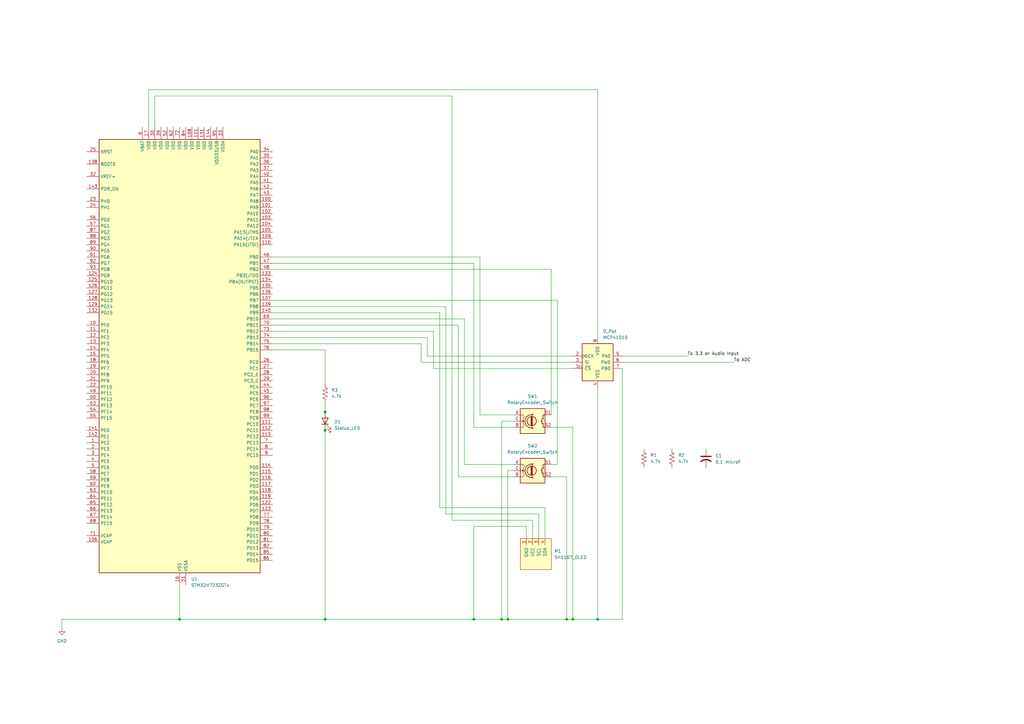
<source format=kicad_sch>
(kicad_sch
	(version 20250114)
	(generator "eeschema")
	(generator_version "9.0")
	(uuid "a7f24ea1-1965-4ee7-a467-6e8c87ce4cc9")
	(paper "A3")
	(lib_symbols
		(symbol "Device:C_US"
			(pin_numbers
				(hide yes)
			)
			(pin_names
				(offset 0.254)
				(hide yes)
			)
			(exclude_from_sim no)
			(in_bom yes)
			(on_board yes)
			(property "Reference" "C"
				(at 0.635 2.54 0)
				(effects
					(font
						(size 1.27 1.27)
					)
					(justify left)
				)
			)
			(property "Value" "C_US"
				(at 0.635 -2.54 0)
				(effects
					(font
						(size 1.27 1.27)
					)
					(justify left)
				)
			)
			(property "Footprint" ""
				(at 0 0 0)
				(effects
					(font
						(size 1.27 1.27)
					)
					(hide yes)
				)
			)
			(property "Datasheet" ""
				(at 0 0 0)
				(effects
					(font
						(size 1.27 1.27)
					)
					(hide yes)
				)
			)
			(property "Description" "capacitor, US symbol"
				(at 0 0 0)
				(effects
					(font
						(size 1.27 1.27)
					)
					(hide yes)
				)
			)
			(property "ki_keywords" "cap capacitor"
				(at 0 0 0)
				(effects
					(font
						(size 1.27 1.27)
					)
					(hide yes)
				)
			)
			(property "ki_fp_filters" "C_*"
				(at 0 0 0)
				(effects
					(font
						(size 1.27 1.27)
					)
					(hide yes)
				)
			)
			(symbol "C_US_0_1"
				(polyline
					(pts
						(xy -2.032 0.762) (xy 2.032 0.762)
					)
					(stroke
						(width 0.508)
						(type default)
					)
					(fill
						(type none)
					)
				)
				(arc
					(start -2.032 -1.27)
					(mid 0 -0.5572)
					(end 2.032 -1.27)
					(stroke
						(width 0.508)
						(type default)
					)
					(fill
						(type none)
					)
				)
			)
			(symbol "C_US_1_1"
				(pin passive line
					(at 0 3.81 270)
					(length 2.794)
					(name "~"
						(effects
							(font
								(size 1.27 1.27)
							)
						)
					)
					(number "1"
						(effects
							(font
								(size 1.27 1.27)
							)
						)
					)
				)
				(pin passive line
					(at 0 -3.81 90)
					(length 3.302)
					(name "~"
						(effects
							(font
								(size 1.27 1.27)
							)
						)
					)
					(number "2"
						(effects
							(font
								(size 1.27 1.27)
							)
						)
					)
				)
			)
			(embedded_fonts no)
		)
		(symbol "Device:LED"
			(pin_numbers
				(hide yes)
			)
			(pin_names
				(offset 1.016)
				(hide yes)
			)
			(exclude_from_sim no)
			(in_bom yes)
			(on_board yes)
			(property "Reference" "D"
				(at 0 2.54 0)
				(effects
					(font
						(size 1.27 1.27)
					)
				)
			)
			(property "Value" "LED"
				(at 0 -2.54 0)
				(effects
					(font
						(size 1.27 1.27)
					)
				)
			)
			(property "Footprint" ""
				(at 0 0 0)
				(effects
					(font
						(size 1.27 1.27)
					)
					(hide yes)
				)
			)
			(property "Datasheet" "~"
				(at 0 0 0)
				(effects
					(font
						(size 1.27 1.27)
					)
					(hide yes)
				)
			)
			(property "Description" "Light emitting diode"
				(at 0 0 0)
				(effects
					(font
						(size 1.27 1.27)
					)
					(hide yes)
				)
			)
			(property "Sim.Pins" "1=K 2=A"
				(at 0 0 0)
				(effects
					(font
						(size 1.27 1.27)
					)
					(hide yes)
				)
			)
			(property "ki_keywords" "LED diode"
				(at 0 0 0)
				(effects
					(font
						(size 1.27 1.27)
					)
					(hide yes)
				)
			)
			(property "ki_fp_filters" "LED* LED_SMD:* LED_THT:*"
				(at 0 0 0)
				(effects
					(font
						(size 1.27 1.27)
					)
					(hide yes)
				)
			)
			(symbol "LED_0_1"
				(polyline
					(pts
						(xy -3.048 -0.762) (xy -4.572 -2.286) (xy -3.81 -2.286) (xy -4.572 -2.286) (xy -4.572 -1.524)
					)
					(stroke
						(width 0)
						(type default)
					)
					(fill
						(type none)
					)
				)
				(polyline
					(pts
						(xy -1.778 -0.762) (xy -3.302 -2.286) (xy -2.54 -2.286) (xy -3.302 -2.286) (xy -3.302 -1.524)
					)
					(stroke
						(width 0)
						(type default)
					)
					(fill
						(type none)
					)
				)
				(polyline
					(pts
						(xy -1.27 0) (xy 1.27 0)
					)
					(stroke
						(width 0)
						(type default)
					)
					(fill
						(type none)
					)
				)
				(polyline
					(pts
						(xy -1.27 -1.27) (xy -1.27 1.27)
					)
					(stroke
						(width 0.254)
						(type default)
					)
					(fill
						(type none)
					)
				)
				(polyline
					(pts
						(xy 1.27 -1.27) (xy 1.27 1.27) (xy -1.27 0) (xy 1.27 -1.27)
					)
					(stroke
						(width 0.254)
						(type default)
					)
					(fill
						(type none)
					)
				)
			)
			(symbol "LED_1_1"
				(pin passive line
					(at -3.81 0 0)
					(length 2.54)
					(name "K"
						(effects
							(font
								(size 1.27 1.27)
							)
						)
					)
					(number "1"
						(effects
							(font
								(size 1.27 1.27)
							)
						)
					)
				)
				(pin passive line
					(at 3.81 0 180)
					(length 2.54)
					(name "A"
						(effects
							(font
								(size 1.27 1.27)
							)
						)
					)
					(number "2"
						(effects
							(font
								(size 1.27 1.27)
							)
						)
					)
				)
			)
			(embedded_fonts no)
		)
		(symbol "Device:R_US"
			(pin_numbers
				(hide yes)
			)
			(pin_names
				(offset 0)
			)
			(exclude_from_sim no)
			(in_bom yes)
			(on_board yes)
			(property "Reference" "R"
				(at 2.54 0 90)
				(effects
					(font
						(size 1.27 1.27)
					)
				)
			)
			(property "Value" "R_US"
				(at -2.54 0 90)
				(effects
					(font
						(size 1.27 1.27)
					)
				)
			)
			(property "Footprint" ""
				(at 1.016 -0.254 90)
				(effects
					(font
						(size 1.27 1.27)
					)
					(hide yes)
				)
			)
			(property "Datasheet" "~"
				(at 0 0 0)
				(effects
					(font
						(size 1.27 1.27)
					)
					(hide yes)
				)
			)
			(property "Description" "Resistor, US symbol"
				(at 0 0 0)
				(effects
					(font
						(size 1.27 1.27)
					)
					(hide yes)
				)
			)
			(property "ki_keywords" "R res resistor"
				(at 0 0 0)
				(effects
					(font
						(size 1.27 1.27)
					)
					(hide yes)
				)
			)
			(property "ki_fp_filters" "R_*"
				(at 0 0 0)
				(effects
					(font
						(size 1.27 1.27)
					)
					(hide yes)
				)
			)
			(symbol "R_US_0_1"
				(polyline
					(pts
						(xy 0 2.286) (xy 0 2.54)
					)
					(stroke
						(width 0)
						(type default)
					)
					(fill
						(type none)
					)
				)
				(polyline
					(pts
						(xy 0 2.286) (xy 1.016 1.905) (xy 0 1.524) (xy -1.016 1.143) (xy 0 0.762)
					)
					(stroke
						(width 0)
						(type default)
					)
					(fill
						(type none)
					)
				)
				(polyline
					(pts
						(xy 0 0.762) (xy 1.016 0.381) (xy 0 0) (xy -1.016 -0.381) (xy 0 -0.762)
					)
					(stroke
						(width 0)
						(type default)
					)
					(fill
						(type none)
					)
				)
				(polyline
					(pts
						(xy 0 -0.762) (xy 1.016 -1.143) (xy 0 -1.524) (xy -1.016 -1.905) (xy 0 -2.286)
					)
					(stroke
						(width 0)
						(type default)
					)
					(fill
						(type none)
					)
				)
				(polyline
					(pts
						(xy 0 -2.286) (xy 0 -2.54)
					)
					(stroke
						(width 0)
						(type default)
					)
					(fill
						(type none)
					)
				)
			)
			(symbol "R_US_1_1"
				(pin passive line
					(at 0 3.81 270)
					(length 1.27)
					(name "~"
						(effects
							(font
								(size 1.27 1.27)
							)
						)
					)
					(number "1"
						(effects
							(font
								(size 1.27 1.27)
							)
						)
					)
				)
				(pin passive line
					(at 0 -3.81 90)
					(length 1.27)
					(name "~"
						(effects
							(font
								(size 1.27 1.27)
							)
						)
					)
					(number "2"
						(effects
							(font
								(size 1.27 1.27)
							)
						)
					)
				)
			)
			(embedded_fonts no)
		)
		(symbol "Device:RotaryEncoder_Switch"
			(pin_names
				(offset 0.254)
				(hide yes)
			)
			(exclude_from_sim no)
			(in_bom yes)
			(on_board yes)
			(property "Reference" "SW"
				(at 0 6.604 0)
				(effects
					(font
						(size 1.27 1.27)
					)
				)
			)
			(property "Value" "RotaryEncoder_Switch"
				(at 0 -6.604 0)
				(effects
					(font
						(size 1.27 1.27)
					)
				)
			)
			(property "Footprint" ""
				(at -3.81 4.064 0)
				(effects
					(font
						(size 1.27 1.27)
					)
					(hide yes)
				)
			)
			(property "Datasheet" "~"
				(at 0 6.604 0)
				(effects
					(font
						(size 1.27 1.27)
					)
					(hide yes)
				)
			)
			(property "Description" "Rotary encoder, dual channel, incremental quadrate outputs, with switch"
				(at 0 0 0)
				(effects
					(font
						(size 1.27 1.27)
					)
					(hide yes)
				)
			)
			(property "ki_keywords" "rotary switch encoder switch push button"
				(at 0 0 0)
				(effects
					(font
						(size 1.27 1.27)
					)
					(hide yes)
				)
			)
			(property "ki_fp_filters" "RotaryEncoder*Switch*"
				(at 0 0 0)
				(effects
					(font
						(size 1.27 1.27)
					)
					(hide yes)
				)
			)
			(symbol "RotaryEncoder_Switch_0_1"
				(rectangle
					(start -5.08 5.08)
					(end 5.08 -5.08)
					(stroke
						(width 0.254)
						(type default)
					)
					(fill
						(type background)
					)
				)
				(polyline
					(pts
						(xy -5.08 2.54) (xy -3.81 2.54) (xy -3.81 2.032)
					)
					(stroke
						(width 0)
						(type default)
					)
					(fill
						(type none)
					)
				)
				(polyline
					(pts
						(xy -5.08 0) (xy -3.81 0) (xy -3.81 -1.016) (xy -3.302 -2.032)
					)
					(stroke
						(width 0)
						(type default)
					)
					(fill
						(type none)
					)
				)
				(polyline
					(pts
						(xy -5.08 -2.54) (xy -3.81 -2.54) (xy -3.81 -2.032)
					)
					(stroke
						(width 0)
						(type default)
					)
					(fill
						(type none)
					)
				)
				(polyline
					(pts
						(xy -4.318 0) (xy -3.81 0) (xy -3.81 1.016) (xy -3.302 2.032)
					)
					(stroke
						(width 0)
						(type default)
					)
					(fill
						(type none)
					)
				)
				(circle
					(center -3.81 0)
					(radius 0.254)
					(stroke
						(width 0)
						(type default)
					)
					(fill
						(type outline)
					)
				)
				(polyline
					(pts
						(xy -0.635 -1.778) (xy -0.635 1.778)
					)
					(stroke
						(width 0.254)
						(type default)
					)
					(fill
						(type none)
					)
				)
				(circle
					(center -0.381 0)
					(radius 1.905)
					(stroke
						(width 0.254)
						(type default)
					)
					(fill
						(type none)
					)
				)
				(polyline
					(pts
						(xy -0.381 -1.778) (xy -0.381 1.778)
					)
					(stroke
						(width 0.254)
						(type default)
					)
					(fill
						(type none)
					)
				)
				(arc
					(start -0.381 -2.794)
					(mid -3.0988 -0.0635)
					(end -0.381 2.667)
					(stroke
						(width 0.254)
						(type default)
					)
					(fill
						(type none)
					)
				)
				(polyline
					(pts
						(xy -0.127 1.778) (xy -0.127 -1.778)
					)
					(stroke
						(width 0.254)
						(type default)
					)
					(fill
						(type none)
					)
				)
				(polyline
					(pts
						(xy 0.254 2.921) (xy -0.508 2.667) (xy 0.127 2.286)
					)
					(stroke
						(width 0.254)
						(type default)
					)
					(fill
						(type none)
					)
				)
				(polyline
					(pts
						(xy 0.254 -3.048) (xy -0.508 -2.794) (xy 0.127 -2.413)
					)
					(stroke
						(width 0.254)
						(type default)
					)
					(fill
						(type none)
					)
				)
				(polyline
					(pts
						(xy 3.81 1.016) (xy 3.81 -1.016)
					)
					(stroke
						(width 0.254)
						(type default)
					)
					(fill
						(type none)
					)
				)
				(polyline
					(pts
						(xy 3.81 0) (xy 3.429 0)
					)
					(stroke
						(width 0.254)
						(type default)
					)
					(fill
						(type none)
					)
				)
				(circle
					(center 4.318 1.016)
					(radius 0.127)
					(stroke
						(width 0.254)
						(type default)
					)
					(fill
						(type none)
					)
				)
				(circle
					(center 4.318 -1.016)
					(radius 0.127)
					(stroke
						(width 0.254)
						(type default)
					)
					(fill
						(type none)
					)
				)
				(polyline
					(pts
						(xy 5.08 2.54) (xy 4.318 2.54) (xy 4.318 1.016)
					)
					(stroke
						(width 0.254)
						(type default)
					)
					(fill
						(type none)
					)
				)
				(polyline
					(pts
						(xy 5.08 -2.54) (xy 4.318 -2.54) (xy 4.318 -1.016)
					)
					(stroke
						(width 0.254)
						(type default)
					)
					(fill
						(type none)
					)
				)
			)
			(symbol "RotaryEncoder_Switch_1_1"
				(pin passive line
					(at -7.62 2.54 0)
					(length 2.54)
					(name "A"
						(effects
							(font
								(size 1.27 1.27)
							)
						)
					)
					(number "A"
						(effects
							(font
								(size 1.27 1.27)
							)
						)
					)
				)
				(pin passive line
					(at -7.62 0 0)
					(length 2.54)
					(name "C"
						(effects
							(font
								(size 1.27 1.27)
							)
						)
					)
					(number "C"
						(effects
							(font
								(size 1.27 1.27)
							)
						)
					)
				)
				(pin passive line
					(at -7.62 -2.54 0)
					(length 2.54)
					(name "B"
						(effects
							(font
								(size 1.27 1.27)
							)
						)
					)
					(number "B"
						(effects
							(font
								(size 1.27 1.27)
							)
						)
					)
				)
				(pin passive line
					(at 7.62 2.54 180)
					(length 2.54)
					(name "S1"
						(effects
							(font
								(size 1.27 1.27)
							)
						)
					)
					(number "S1"
						(effects
							(font
								(size 1.27 1.27)
							)
						)
					)
				)
				(pin passive line
					(at 7.62 -2.54 180)
					(length 2.54)
					(name "S2"
						(effects
							(font
								(size 1.27 1.27)
							)
						)
					)
					(number "S2"
						(effects
							(font
								(size 1.27 1.27)
							)
						)
					)
				)
			)
			(embedded_fonts no)
		)
		(symbol "MCU_ST_STM32H7:STM32H723ZGTx"
			(exclude_from_sim no)
			(in_bom yes)
			(on_board yes)
			(property "Reference" "U"
				(at -33.02 90.17 0)
				(effects
					(font
						(size 1.27 1.27)
					)
					(justify left)
				)
			)
			(property "Value" "STM32H723ZGTx"
				(at 20.32 90.17 0)
				(effects
					(font
						(size 1.27 1.27)
					)
					(justify left)
				)
			)
			(property "Footprint" "Package_QFP:LQFP-144_20x20mm_P0.5mm"
				(at -33.02 -88.9 0)
				(effects
					(font
						(size 1.27 1.27)
					)
					(justify right)
					(hide yes)
				)
			)
			(property "Datasheet" "https://www.st.com/resource/en/datasheet/stm32h723zg.pdf"
				(at 0 0 0)
				(effects
					(font
						(size 1.27 1.27)
					)
					(hide yes)
				)
			)
			(property "Description" "STMicroelectronics Arm Cortex-M7 MCU, 1024KB flash, 564KB RAM, 550 MHz, 1.62-3.6V, 114 GPIO, LQFP144"
				(at 0 0 0)
				(effects
					(font
						(size 1.27 1.27)
					)
					(hide yes)
				)
			)
			(property "ki_keywords" "Arm Cortex-M7 STM32H7 STM32H723/733"
				(at 0 0 0)
				(effects
					(font
						(size 1.27 1.27)
					)
					(hide yes)
				)
			)
			(property "ki_fp_filters" "LQFP*20x20mm*P0.5mm*"
				(at 0 0 0)
				(effects
					(font
						(size 1.27 1.27)
					)
					(hide yes)
				)
			)
			(symbol "STM32H723ZGTx_0_1"
				(rectangle
					(start -33.02 -88.9)
					(end 33.02 88.9)
					(stroke
						(width 0.254)
						(type default)
					)
					(fill
						(type background)
					)
				)
			)
			(symbol "STM32H723ZGTx_1_1"
				(pin input line
					(at -38.1 83.82 0)
					(length 5.08)
					(name "NRST"
						(effects
							(font
								(size 1.27 1.27)
							)
						)
					)
					(number "25"
						(effects
							(font
								(size 1.27 1.27)
							)
						)
					)
				)
				(pin input line
					(at -38.1 78.74 0)
					(length 5.08)
					(name "BOOT0"
						(effects
							(font
								(size 1.27 1.27)
							)
						)
					)
					(number "138"
						(effects
							(font
								(size 1.27 1.27)
							)
						)
					)
				)
				(pin input line
					(at -38.1 73.66 0)
					(length 5.08)
					(name "VREF+"
						(effects
							(font
								(size 1.27 1.27)
							)
						)
					)
					(number "32"
						(effects
							(font
								(size 1.27 1.27)
							)
						)
					)
					(alternate "VREFBUF_OUT" bidirectional line)
				)
				(pin input line
					(at -38.1 68.58 0)
					(length 5.08)
					(name "PDR_ON"
						(effects
							(font
								(size 1.27 1.27)
							)
						)
					)
					(number "143"
						(effects
							(font
								(size 1.27 1.27)
							)
						)
					)
				)
				(pin bidirectional line
					(at -38.1 63.5 0)
					(length 5.08)
					(name "PH0"
						(effects
							(font
								(size 1.27 1.27)
							)
						)
					)
					(number "23"
						(effects
							(font
								(size 1.27 1.27)
							)
						)
					)
					(alternate "RCC_OSC_IN" bidirectional line)
				)
				(pin bidirectional line
					(at -38.1 60.96 0)
					(length 5.08)
					(name "PH1"
						(effects
							(font
								(size 1.27 1.27)
							)
						)
					)
					(number "24"
						(effects
							(font
								(size 1.27 1.27)
							)
						)
					)
					(alternate "RCC_OSC_OUT" bidirectional line)
				)
				(pin bidirectional line
					(at -38.1 55.88 0)
					(length 5.08)
					(name "PG0"
						(effects
							(font
								(size 1.27 1.27)
							)
						)
					)
					(number "56"
						(effects
							(font
								(size 1.27 1.27)
							)
						)
					)
					(alternate "FMC_A10" bidirectional line)
					(alternate "OCTOSPIM_P2_IO4" bidirectional line)
					(alternate "UART9_RX" bidirectional line)
				)
				(pin bidirectional line
					(at -38.1 53.34 0)
					(length 5.08)
					(name "PG1"
						(effects
							(font
								(size 1.27 1.27)
							)
						)
					)
					(number "57"
						(effects
							(font
								(size 1.27 1.27)
							)
						)
					)
					(alternate "FMC_A11" bidirectional line)
					(alternate "OCTOSPIM_P2_IO5" bidirectional line)
					(alternate "OPAMP2_VINM" bidirectional line)
					(alternate "UART9_TX" bidirectional line)
				)
				(pin bidirectional line
					(at -38.1 50.8 0)
					(length 5.08)
					(name "PG2"
						(effects
							(font
								(size 1.27 1.27)
							)
						)
					)
					(number "87"
						(effects
							(font
								(size 1.27 1.27)
							)
						)
					)
					(alternate "FMC_A12" bidirectional line)
					(alternate "TIM24_ETR" bidirectional line)
					(alternate "TIM8_BKIN" bidirectional line)
					(alternate "TIM8_BKIN_COMP1" bidirectional line)
					(alternate "TIM8_BKIN_COMP2" bidirectional line)
				)
				(pin bidirectional line
					(at -38.1 48.26 0)
					(length 5.08)
					(name "PG3"
						(effects
							(font
								(size 1.27 1.27)
							)
						)
					)
					(number "88"
						(effects
							(font
								(size 1.27 1.27)
							)
						)
					)
					(alternate "FMC_A13" bidirectional line)
					(alternate "TIM23_ETR" bidirectional line)
					(alternate "TIM8_BKIN2" bidirectional line)
					(alternate "TIM8_BKIN2_COMP1" bidirectional line)
					(alternate "TIM8_BKIN2_COMP2" bidirectional line)
				)
				(pin bidirectional line
					(at -38.1 45.72 0)
					(length 5.08)
					(name "PG4"
						(effects
							(font
								(size 1.27 1.27)
							)
						)
					)
					(number "89"
						(effects
							(font
								(size 1.27 1.27)
							)
						)
					)
					(alternate "FMC_A14" bidirectional line)
					(alternate "FMC_BA0" bidirectional line)
					(alternate "TIM1_BKIN2" bidirectional line)
					(alternate "TIM1_BKIN2_COMP1" bidirectional line)
					(alternate "TIM1_BKIN2_COMP2" bidirectional line)
				)
				(pin bidirectional line
					(at -38.1 43.18 0)
					(length 5.08)
					(name "PG5"
						(effects
							(font
								(size 1.27 1.27)
							)
						)
					)
					(number "90"
						(effects
							(font
								(size 1.27 1.27)
							)
						)
					)
					(alternate "FMC_A15" bidirectional line)
					(alternate "FMC_BA1" bidirectional line)
					(alternate "TIM1_ETR" bidirectional line)
				)
				(pin bidirectional line
					(at -38.1 40.64 0)
					(length 5.08)
					(name "PG6"
						(effects
							(font
								(size 1.27 1.27)
							)
						)
					)
					(number "91"
						(effects
							(font
								(size 1.27 1.27)
							)
						)
					)
					(alternate "DCMI_D12" bidirectional line)
					(alternate "FMC_NE3" bidirectional line)
					(alternate "LTDC_R7" bidirectional line)
					(alternate "OCTOSPIM_P1_NCS" bidirectional line)
					(alternate "PSSI_D12" bidirectional line)
					(alternate "TIM17_BKIN" bidirectional line)
				)
				(pin bidirectional line
					(at -38.1 38.1 0)
					(length 5.08)
					(name "PG7"
						(effects
							(font
								(size 1.27 1.27)
							)
						)
					)
					(number "92"
						(effects
							(font
								(size 1.27 1.27)
							)
						)
					)
					(alternate "DCMI_D13" bidirectional line)
					(alternate "FMC_INT" bidirectional line)
					(alternate "LTDC_CLK" bidirectional line)
					(alternate "OCTOSPIM_P2_DQS" bidirectional line)
					(alternate "PSSI_D13" bidirectional line)
					(alternate "SAI1_MCLK_A" bidirectional line)
					(alternate "USART6_CK" bidirectional line)
				)
				(pin bidirectional line
					(at -38.1 35.56 0)
					(length 5.08)
					(name "PG8"
						(effects
							(font
								(size 1.27 1.27)
							)
						)
					)
					(number "93"
						(effects
							(font
								(size 1.27 1.27)
							)
						)
					)
					(alternate "ETH_PPS_OUT" bidirectional line)
					(alternate "FMC_SDCLK" bidirectional line)
					(alternate "I2S6_WS" bidirectional line)
					(alternate "LTDC_G7" bidirectional line)
					(alternate "SPDIFRX1_IN2" bidirectional line)
					(alternate "SPI6_NSS" bidirectional line)
					(alternate "TIM8_ETR" bidirectional line)
					(alternate "USART6_DE" bidirectional line)
					(alternate "USART6_RTS" bidirectional line)
				)
				(pin bidirectional line
					(at -38.1 33.02 0)
					(length 5.08)
					(name "PG9"
						(effects
							(font
								(size 1.27 1.27)
							)
						)
					)
					(number "124"
						(effects
							(font
								(size 1.27 1.27)
							)
						)
					)
					(alternate "DAC1_EXTI9" bidirectional line)
					(alternate "DCMI_VSYNC" bidirectional line)
					(alternate "FDCAN3_TX" bidirectional line)
					(alternate "FMC_NCE" bidirectional line)
					(alternate "FMC_NE2" bidirectional line)
					(alternate "I2S1_SDI" bidirectional line)
					(alternate "OCTOSPIM_P1_IO6" bidirectional line)
					(alternate "PSSI_RDY" bidirectional line)
					(alternate "SAI4_FS_B" bidirectional line)
					(alternate "SDMMC2_D0" bidirectional line)
					(alternate "SPDIFRX1_IN3" bidirectional line)
					(alternate "SPI1_MISO" bidirectional line)
					(alternate "USART6_RX" bidirectional line)
				)
				(pin bidirectional line
					(at -38.1 30.48 0)
					(length 5.08)
					(name "PG10"
						(effects
							(font
								(size 1.27 1.27)
							)
						)
					)
					(number "125"
						(effects
							(font
								(size 1.27 1.27)
							)
						)
					)
					(alternate "DCMI_D2" bidirectional line)
					(alternate "FDCAN3_RX" bidirectional line)
					(alternate "FMC_NE3" bidirectional line)
					(alternate "I2S1_WS" bidirectional line)
					(alternate "LTDC_B2" bidirectional line)
					(alternate "LTDC_G3" bidirectional line)
					(alternate "OCTOSPIM_P2_IO6" bidirectional line)
					(alternate "PSSI_D2" bidirectional line)
					(alternate "SAI4_SD_B" bidirectional line)
					(alternate "SDMMC2_D1" bidirectional line)
					(alternate "SPI1_NSS" bidirectional line)
				)
				(pin bidirectional line
					(at -38.1 27.94 0)
					(length 5.08)
					(name "PG11"
						(effects
							(font
								(size 1.27 1.27)
							)
						)
					)
					(number "126"
						(effects
							(font
								(size 1.27 1.27)
							)
						)
					)
					(alternate "ADC1_EXTI11" bidirectional line)
					(alternate "ADC2_EXTI11" bidirectional line)
					(alternate "ADC3_EXTI11" bidirectional line)
					(alternate "DCMI_D3" bidirectional line)
					(alternate "ETH_TX_EN" bidirectional line)
					(alternate "I2S1_CK" bidirectional line)
					(alternate "LPTIM1_IN2" bidirectional line)
					(alternate "LTDC_B3" bidirectional line)
					(alternate "OCTOSPIM_P2_IO7" bidirectional line)
					(alternate "PSSI_D3" bidirectional line)
					(alternate "SDMMC2_D2" bidirectional line)
					(alternate "SPDIFRX1_IN0" bidirectional line)
					(alternate "SPI1_SCK" bidirectional line)
					(alternate "USART10_RX" bidirectional line)
				)
				(pin bidirectional line
					(at -38.1 25.4 0)
					(length 5.08)
					(name "PG12"
						(effects
							(font
								(size 1.27 1.27)
							)
						)
					)
					(number "127"
						(effects
							(font
								(size 1.27 1.27)
							)
						)
					)
					(alternate "ETH_TXD1" bidirectional line)
					(alternate "FMC_NE4" bidirectional line)
					(alternate "I2S6_SDI" bidirectional line)
					(alternate "LPTIM1_IN1" bidirectional line)
					(alternate "LTDC_B1" bidirectional line)
					(alternate "LTDC_B4" bidirectional line)
					(alternate "OCTOSPIM_P2_NCS" bidirectional line)
					(alternate "SDMMC2_D3" bidirectional line)
					(alternate "SPDIFRX1_IN1" bidirectional line)
					(alternate "SPI6_MISO" bidirectional line)
					(alternate "TIM23_CH1" bidirectional line)
					(alternate "USART10_TX" bidirectional line)
					(alternate "USART6_DE" bidirectional line)
					(alternate "USART6_RTS" bidirectional line)
				)
				(pin bidirectional line
					(at -38.1 22.86 0)
					(length 5.08)
					(name "PG13"
						(effects
							(font
								(size 1.27 1.27)
							)
						)
					)
					(number "128"
						(effects
							(font
								(size 1.27 1.27)
							)
						)
					)
					(alternate "DEBUG_TRACED0" bidirectional line)
					(alternate "ETH_TXD0" bidirectional line)
					(alternate "FMC_A24" bidirectional line)
					(alternate "I2S6_CK" bidirectional line)
					(alternate "LPTIM1_OUT" bidirectional line)
					(alternate "LTDC_R0" bidirectional line)
					(alternate "SDMMC2_D6" bidirectional line)
					(alternate "SPI6_SCK" bidirectional line)
					(alternate "TIM23_CH2" bidirectional line)
					(alternate "USART10_CTS" bidirectional line)
					(alternate "USART10_NSS" bidirectional line)
					(alternate "USART6_CTS" bidirectional line)
					(alternate "USART6_NSS" bidirectional line)
				)
				(pin bidirectional line
					(at -38.1 20.32 0)
					(length 5.08)
					(name "PG14"
						(effects
							(font
								(size 1.27 1.27)
							)
						)
					)
					(number "129"
						(effects
							(font
								(size 1.27 1.27)
							)
						)
					)
					(alternate "DEBUG_TRACED1" bidirectional line)
					(alternate "ETH_TXD1" bidirectional line)
					(alternate "FMC_A25" bidirectional line)
					(alternate "I2S6_SDO" bidirectional line)
					(alternate "LPTIM1_ETR" bidirectional line)
					(alternate "LTDC_B0" bidirectional line)
					(alternate "OCTOSPIM_P1_IO7" bidirectional line)
					(alternate "SDMMC2_D7" bidirectional line)
					(alternate "SPI6_MOSI" bidirectional line)
					(alternate "TIM23_CH3" bidirectional line)
					(alternate "USART10_DE" bidirectional line)
					(alternate "USART10_RTS" bidirectional line)
					(alternate "USART6_TX" bidirectional line)
				)
				(pin bidirectional line
					(at -38.1 17.78 0)
					(length 5.08)
					(name "PG15"
						(effects
							(font
								(size 1.27 1.27)
							)
						)
					)
					(number "132"
						(effects
							(font
								(size 1.27 1.27)
							)
						)
					)
					(alternate "ADC1_EXTI15" bidirectional line)
					(alternate "ADC2_EXTI15" bidirectional line)
					(alternate "ADC3_EXTI15" bidirectional line)
					(alternate "DCMI_D13" bidirectional line)
					(alternate "FMC_SDNCAS" bidirectional line)
					(alternate "OCTOSPIM_P2_DQS" bidirectional line)
					(alternate "PSSI_D13" bidirectional line)
					(alternate "USART10_CK" bidirectional line)
					(alternate "USART6_CTS" bidirectional line)
					(alternate "USART6_NSS" bidirectional line)
				)
				(pin bidirectional line
					(at -38.1 12.7 0)
					(length 5.08)
					(name "PF0"
						(effects
							(font
								(size 1.27 1.27)
							)
						)
					)
					(number "10"
						(effects
							(font
								(size 1.27 1.27)
							)
						)
					)
					(alternate "FMC_A0" bidirectional line)
					(alternate "I2C2_SDA" bidirectional line)
					(alternate "I2C5_SDA" bidirectional line)
					(alternate "OCTOSPIM_P2_IO0" bidirectional line)
					(alternate "TIM23_CH1" bidirectional line)
				)
				(pin bidirectional line
					(at -38.1 10.16 0)
					(length 5.08)
					(name "PF1"
						(effects
							(font
								(size 1.27 1.27)
							)
						)
					)
					(number "11"
						(effects
							(font
								(size 1.27 1.27)
							)
						)
					)
					(alternate "FMC_A1" bidirectional line)
					(alternate "I2C2_SCL" bidirectional line)
					(alternate "I2C5_SCL" bidirectional line)
					(alternate "OCTOSPIM_P2_IO1" bidirectional line)
					(alternate "TIM23_CH2" bidirectional line)
				)
				(pin bidirectional line
					(at -38.1 7.62 0)
					(length 5.08)
					(name "PF2"
						(effects
							(font
								(size 1.27 1.27)
							)
						)
					)
					(number "12"
						(effects
							(font
								(size 1.27 1.27)
							)
						)
					)
					(alternate "FMC_A2" bidirectional line)
					(alternate "I2C2_SMBA" bidirectional line)
					(alternate "I2C5_SMBA" bidirectional line)
					(alternate "OCTOSPIM_P2_IO2" bidirectional line)
					(alternate "TIM23_CH3" bidirectional line)
				)
				(pin bidirectional line
					(at -38.1 5.08 0)
					(length 5.08)
					(name "PF3"
						(effects
							(font
								(size 1.27 1.27)
							)
						)
					)
					(number "13"
						(effects
							(font
								(size 1.27 1.27)
							)
						)
					)
					(alternate "ADC3_INP5" bidirectional line)
					(alternate "FMC_A3" bidirectional line)
					(alternate "OCTOSPIM_P2_IO3" bidirectional line)
					(alternate "TIM23_CH4" bidirectional line)
				)
				(pin bidirectional line
					(at -38.1 2.54 0)
					(length 5.08)
					(name "PF4"
						(effects
							(font
								(size 1.27 1.27)
							)
						)
					)
					(number "14"
						(effects
							(font
								(size 1.27 1.27)
							)
						)
					)
					(alternate "ADC3_INN5" bidirectional line)
					(alternate "ADC3_INP9" bidirectional line)
					(alternate "FMC_A4" bidirectional line)
					(alternate "OCTOSPIM_P2_CLK" bidirectional line)
				)
				(pin bidirectional line
					(at -38.1 0 0)
					(length 5.08)
					(name "PF5"
						(effects
							(font
								(size 1.27 1.27)
							)
						)
					)
					(number "15"
						(effects
							(font
								(size 1.27 1.27)
							)
						)
					)
					(alternate "ADC3_INP4" bidirectional line)
					(alternate "FMC_A5" bidirectional line)
					(alternate "OCTOSPIM_P2_NCLK" bidirectional line)
				)
				(pin bidirectional line
					(at -38.1 -2.54 0)
					(length 5.08)
					(name "PF6"
						(effects
							(font
								(size 1.27 1.27)
							)
						)
					)
					(number "18"
						(effects
							(font
								(size 1.27 1.27)
							)
						)
					)
					(alternate "ADC3_INN4" bidirectional line)
					(alternate "ADC3_INP8" bidirectional line)
					(alternate "FDCAN3_RX" bidirectional line)
					(alternate "OCTOSPIM_P1_IO3" bidirectional line)
					(alternate "SAI1_SD_B" bidirectional line)
					(alternate "SAI4_SD_B" bidirectional line)
					(alternate "SPI5_NSS" bidirectional line)
					(alternate "TIM16_CH1" bidirectional line)
					(alternate "TIM23_CH1" bidirectional line)
					(alternate "UART7_RX" bidirectional line)
				)
				(pin bidirectional line
					(at -38.1 -5.08 0)
					(length 5.08)
					(name "PF7"
						(effects
							(font
								(size 1.27 1.27)
							)
						)
					)
					(number "19"
						(effects
							(font
								(size 1.27 1.27)
							)
						)
					)
					(alternate "ADC3_INP3" bidirectional line)
					(alternate "FDCAN3_TX" bidirectional line)
					(alternate "OCTOSPIM_P1_IO2" bidirectional line)
					(alternate "SAI1_MCLK_B" bidirectional line)
					(alternate "SAI4_MCLK_B" bidirectional line)
					(alternate "SPI5_SCK" bidirectional line)
					(alternate "TIM17_CH1" bidirectional line)
					(alternate "TIM23_CH2" bidirectional line)
					(alternate "UART7_TX" bidirectional line)
				)
				(pin bidirectional line
					(at -38.1 -7.62 0)
					(length 5.08)
					(name "PF8"
						(effects
							(font
								(size 1.27 1.27)
							)
						)
					)
					(number "20"
						(effects
							(font
								(size 1.27 1.27)
							)
						)
					)
					(alternate "ADC3_INN3" bidirectional line)
					(alternate "ADC3_INP7" bidirectional line)
					(alternate "OCTOSPIM_P1_IO0" bidirectional line)
					(alternate "SAI1_SCK_B" bidirectional line)
					(alternate "SAI4_SCK_B" bidirectional line)
					(alternate "SPI5_MISO" bidirectional line)
					(alternate "TIM13_CH1" bidirectional line)
					(alternate "TIM16_CH1N" bidirectional line)
					(alternate "TIM23_CH3" bidirectional line)
					(alternate "UART7_DE" bidirectional line)
					(alternate "UART7_RTS" bidirectional line)
				)
				(pin bidirectional line
					(at -38.1 -10.16 0)
					(length 5.08)
					(name "PF9"
						(effects
							(font
								(size 1.27 1.27)
							)
						)
					)
					(number "21"
						(effects
							(font
								(size 1.27 1.27)
							)
						)
					)
					(alternate "ADC3_INP2" bidirectional line)
					(alternate "DAC1_EXTI9" bidirectional line)
					(alternate "OCTOSPIM_P1_IO1" bidirectional line)
					(alternate "SAI1_FS_B" bidirectional line)
					(alternate "SAI4_FS_B" bidirectional line)
					(alternate "SPI5_MOSI" bidirectional line)
					(alternate "TIM14_CH1" bidirectional line)
					(alternate "TIM17_CH1N" bidirectional line)
					(alternate "TIM23_CH4" bidirectional line)
					(alternate "UART7_CTS" bidirectional line)
				)
				(pin bidirectional line
					(at -38.1 -12.7 0)
					(length 5.08)
					(name "PF10"
						(effects
							(font
								(size 1.27 1.27)
							)
						)
					)
					(number "22"
						(effects
							(font
								(size 1.27 1.27)
							)
						)
					)
					(alternate "ADC3_INN2" bidirectional line)
					(alternate "ADC3_INP6" bidirectional line)
					(alternate "DCMI_D11" bidirectional line)
					(alternate "LTDC_DE" bidirectional line)
					(alternate "OCTOSPIM_P1_CLK" bidirectional line)
					(alternate "PSSI_D11" bidirectional line)
					(alternate "PSSI_D15" bidirectional line)
					(alternate "SAI1_D3" bidirectional line)
					(alternate "SAI4_D3" bidirectional line)
					(alternate "TIM16_BKIN" bidirectional line)
				)
				(pin bidirectional line
					(at -38.1 -15.24 0)
					(length 5.08)
					(name "PF11"
						(effects
							(font
								(size 1.27 1.27)
							)
						)
					)
					(number "49"
						(effects
							(font
								(size 1.27 1.27)
							)
						)
					)
					(alternate "ADC1_EXTI11" bidirectional line)
					(alternate "ADC1_INP2" bidirectional line)
					(alternate "ADC2_EXTI11" bidirectional line)
					(alternate "ADC3_EXTI11" bidirectional line)
					(alternate "DCMI_D12" bidirectional line)
					(alternate "FMC_SDNRAS" bidirectional line)
					(alternate "OCTOSPIM_P1_NCLK" bidirectional line)
					(alternate "PSSI_D12" bidirectional line)
					(alternate "SAI4_SD_B" bidirectional line)
					(alternate "SPI5_MOSI" bidirectional line)
					(alternate "TIM24_CH1" bidirectional line)
				)
				(pin bidirectional line
					(at -38.1 -17.78 0)
					(length 5.08)
					(name "PF12"
						(effects
							(font
								(size 1.27 1.27)
							)
						)
					)
					(number "50"
						(effects
							(font
								(size 1.27 1.27)
							)
						)
					)
					(alternate "ADC1_INN2" bidirectional line)
					(alternate "ADC1_INP6" bidirectional line)
					(alternate "FMC_A6" bidirectional line)
					(alternate "OCTOSPIM_P2_DQS" bidirectional line)
					(alternate "TIM24_CH2" bidirectional line)
				)
				(pin bidirectional line
					(at -38.1 -20.32 0)
					(length 5.08)
					(name "PF13"
						(effects
							(font
								(size 1.27 1.27)
							)
						)
					)
					(number "53"
						(effects
							(font
								(size 1.27 1.27)
							)
						)
					)
					(alternate "ADC2_INP2" bidirectional line)
					(alternate "DFSDM1_DATIN6" bidirectional line)
					(alternate "FMC_A7" bidirectional line)
					(alternate "I2C4_SMBA" bidirectional line)
					(alternate "TIM24_CH3" bidirectional line)
				)
				(pin bidirectional line
					(at -38.1 -22.86 0)
					(length 5.08)
					(name "PF14"
						(effects
							(font
								(size 1.27 1.27)
							)
						)
					)
					(number "54"
						(effects
							(font
								(size 1.27 1.27)
							)
						)
					)
					(alternate "ADC2_INN2" bidirectional line)
					(alternate "ADC2_INP6" bidirectional line)
					(alternate "DFSDM1_CKIN6" bidirectional line)
					(alternate "FMC_A8" bidirectional line)
					(alternate "I2C4_SCL" bidirectional line)
					(alternate "TIM24_CH4" bidirectional line)
				)
				(pin bidirectional line
					(at -38.1 -25.4 0)
					(length 5.08)
					(name "PF15"
						(effects
							(font
								(size 1.27 1.27)
							)
						)
					)
					(number "55"
						(effects
							(font
								(size 1.27 1.27)
							)
						)
					)
					(alternate "ADC1_EXTI15" bidirectional line)
					(alternate "ADC2_EXTI15" bidirectional line)
					(alternate "ADC3_EXTI15" bidirectional line)
					(alternate "FMC_A9" bidirectional line)
					(alternate "I2C4_SDA" bidirectional line)
				)
				(pin bidirectional line
					(at -38.1 -30.48 0)
					(length 5.08)
					(name "PE0"
						(effects
							(font
								(size 1.27 1.27)
							)
						)
					)
					(number "141"
						(effects
							(font
								(size 1.27 1.27)
							)
						)
					)
					(alternate "DCMI_D2" bidirectional line)
					(alternate "FMC_NBL0" bidirectional line)
					(alternate "LPTIM1_ETR" bidirectional line)
					(alternate "LPTIM2_ETR" bidirectional line)
					(alternate "LTDC_R0" bidirectional line)
					(alternate "PSSI_D2" bidirectional line)
					(alternate "SAI4_MCLK_A" bidirectional line)
					(alternate "TIM4_ETR" bidirectional line)
					(alternate "UART8_RX" bidirectional line)
				)
				(pin bidirectional line
					(at -38.1 -33.02 0)
					(length 5.08)
					(name "PE1"
						(effects
							(font
								(size 1.27 1.27)
							)
						)
					)
					(number "142"
						(effects
							(font
								(size 1.27 1.27)
							)
						)
					)
					(alternate "DCMI_D3" bidirectional line)
					(alternate "FMC_NBL1" bidirectional line)
					(alternate "LPTIM1_IN2" bidirectional line)
					(alternate "LTDC_R6" bidirectional line)
					(alternate "PSSI_D3" bidirectional line)
					(alternate "UART8_TX" bidirectional line)
				)
				(pin bidirectional line
					(at -38.1 -35.56 0)
					(length 5.08)
					(name "PE2"
						(effects
							(font
								(size 1.27 1.27)
							)
						)
					)
					(number "1"
						(effects
							(font
								(size 1.27 1.27)
							)
						)
					)
					(alternate "DEBUG_TRACECLK" bidirectional line)
					(alternate "ETH_TXD3" bidirectional line)
					(alternate "FMC_A23" bidirectional line)
					(alternate "OCTOSPIM_P1_IO2" bidirectional line)
					(alternate "SAI1_CK1" bidirectional line)
					(alternate "SAI1_MCLK_A" bidirectional line)
					(alternate "SAI4_CK1" bidirectional line)
					(alternate "SAI4_MCLK_A" bidirectional line)
					(alternate "SPI4_SCK" bidirectional line)
					(alternate "USART10_RX" bidirectional line)
				)
				(pin bidirectional line
					(at -38.1 -38.1 0)
					(length 5.08)
					(name "PE3"
						(effects
							(font
								(size 1.27 1.27)
							)
						)
					)
					(number "2"
						(effects
							(font
								(size 1.27 1.27)
							)
						)
					)
					(alternate "DEBUG_TRACED0" bidirectional line)
					(alternate "FMC_A19" bidirectional line)
					(alternate "SAI1_SD_B" bidirectional line)
					(alternate "SAI4_SD_B" bidirectional line)
					(alternate "TIM15_BKIN" bidirectional line)
					(alternate "USART10_TX" bidirectional line)
				)
				(pin bidirectional line
					(at -38.1 -40.64 0)
					(length 5.08)
					(name "PE4"
						(effects
							(font
								(size 1.27 1.27)
							)
						)
					)
					(number "3"
						(effects
							(font
								(size 1.27 1.27)
							)
						)
					)
					(alternate "DCMI_D4" bidirectional line)
					(alternate "DEBUG_TRACED1" bidirectional line)
					(alternate "DFSDM1_DATIN3" bidirectional line)
					(alternate "FMC_A20" bidirectional line)
					(alternate "LTDC_B0" bidirectional line)
					(alternate "PSSI_D4" bidirectional line)
					(alternate "SAI1_D2" bidirectional line)
					(alternate "SAI1_FS_A" bidirectional line)
					(alternate "SAI4_D2" bidirectional line)
					(alternate "SAI4_FS_A" bidirectional line)
					(alternate "SPI4_NSS" bidirectional line)
					(alternate "TIM15_CH1N" bidirectional line)
				)
				(pin bidirectional line
					(at -38.1 -43.18 0)
					(length 5.08)
					(name "PE5"
						(effects
							(font
								(size 1.27 1.27)
							)
						)
					)
					(number "4"
						(effects
							(font
								(size 1.27 1.27)
							)
						)
					)
					(alternate "DCMI_D6" bidirectional line)
					(alternate "DEBUG_TRACED2" bidirectional line)
					(alternate "DFSDM1_CKIN3" bidirectional line)
					(alternate "FMC_A21" bidirectional line)
					(alternate "LTDC_G0" bidirectional line)
					(alternate "PSSI_D6" bidirectional line)
					(alternate "SAI1_CK2" bidirectional line)
					(alternate "SAI1_SCK_A" bidirectional line)
					(alternate "SAI4_CK2" bidirectional line)
					(alternate "SAI4_SCK_A" bidirectional line)
					(alternate "SPI4_MISO" bidirectional line)
					(alternate "TIM15_CH1" bidirectional line)
				)
				(pin bidirectional line
					(at -38.1 -45.72 0)
					(length 5.08)
					(name "PE6"
						(effects
							(font
								(size 1.27 1.27)
							)
						)
					)
					(number "5"
						(effects
							(font
								(size 1.27 1.27)
							)
						)
					)
					(alternate "DCMI_D7" bidirectional line)
					(alternate "DEBUG_TRACED3" bidirectional line)
					(alternate "FMC_A22" bidirectional line)
					(alternate "LTDC_G1" bidirectional line)
					(alternate "PSSI_D7" bidirectional line)
					(alternate "SAI1_D1" bidirectional line)
					(alternate "SAI1_SD_A" bidirectional line)
					(alternate "SAI4_D1" bidirectional line)
					(alternate "SAI4_MCLK_B" bidirectional line)
					(alternate "SAI4_SD_A" bidirectional line)
					(alternate "SPI4_MOSI" bidirectional line)
					(alternate "TIM15_CH2" bidirectional line)
					(alternate "TIM1_BKIN2" bidirectional line)
					(alternate "TIM1_BKIN2_COMP1" bidirectional line)
					(alternate "TIM1_BKIN2_COMP2" bidirectional line)
				)
				(pin bidirectional line
					(at -38.1 -48.26 0)
					(length 5.08)
					(name "PE7"
						(effects
							(font
								(size 1.27 1.27)
							)
						)
					)
					(number "58"
						(effects
							(font
								(size 1.27 1.27)
							)
						)
					)
					(alternate "COMP2_INM" bidirectional line)
					(alternate "DFSDM1_DATIN2" bidirectional line)
					(alternate "FMC_D4" bidirectional line)
					(alternate "FMC_DA4" bidirectional line)
					(alternate "OCTOSPIM_P1_IO4" bidirectional line)
					(alternate "OPAMP2_VOUT" bidirectional line)
					(alternate "TIM1_ETR" bidirectional line)
					(alternate "UART7_RX" bidirectional line)
				)
				(pin bidirectional line
					(at -38.1 -50.8 0)
					(length 5.08)
					(name "PE8"
						(effects
							(font
								(size 1.27 1.27)
							)
						)
					)
					(number "59"
						(effects
							(font
								(size 1.27 1.27)
							)
						)
					)
					(alternate "COMP2_OUT" bidirectional line)
					(alternate "DFSDM1_CKIN2" bidirectional line)
					(alternate "FMC_D5" bidirectional line)
					(alternate "FMC_DA5" bidirectional line)
					(alternate "OCTOSPIM_P1_IO5" bidirectional line)
					(alternate "OPAMP2_VINM" bidirectional line)
					(alternate "TIM1_CH1N" bidirectional line)
					(alternate "UART7_TX" bidirectional line)
				)
				(pin bidirectional line
					(at -38.1 -53.34 0)
					(length 5.08)
					(name "PE9"
						(effects
							(font
								(size 1.27 1.27)
							)
						)
					)
					(number "60"
						(effects
							(font
								(size 1.27 1.27)
							)
						)
					)
					(alternate "COMP2_INP" bidirectional line)
					(alternate "DAC1_EXTI9" bidirectional line)
					(alternate "DFSDM1_CKOUT" bidirectional line)
					(alternate "FMC_D6" bidirectional line)
					(alternate "FMC_DA6" bidirectional line)
					(alternate "OCTOSPIM_P1_IO6" bidirectional line)
					(alternate "OPAMP2_VINP" bidirectional line)
					(alternate "TIM1_CH1" bidirectional line)
					(alternate "UART7_DE" bidirectional line)
					(alternate "UART7_RTS" bidirectional line)
				)
				(pin bidirectional line
					(at -38.1 -55.88 0)
					(length 5.08)
					(name "PE10"
						(effects
							(font
								(size 1.27 1.27)
							)
						)
					)
					(number "63"
						(effects
							(font
								(size 1.27 1.27)
							)
						)
					)
					(alternate "COMP2_INM" bidirectional line)
					(alternate "DFSDM1_DATIN4" bidirectional line)
					(alternate "FMC_D7" bidirectional line)
					(alternate "FMC_DA7" bidirectional line)
					(alternate "OCTOSPIM_P1_IO7" bidirectional line)
					(alternate "TIM1_CH2N" bidirectional line)
					(alternate "UART7_CTS" bidirectional line)
				)
				(pin bidirectional line
					(at -38.1 -58.42 0)
					(length 5.08)
					(name "PE11"
						(effects
							(font
								(size 1.27 1.27)
							)
						)
					)
					(number "64"
						(effects
							(font
								(size 1.27 1.27)
							)
						)
					)
					(alternate "ADC1_EXTI11" bidirectional line)
					(alternate "ADC2_EXTI11" bidirectional line)
					(alternate "ADC3_EXTI11" bidirectional line)
					(alternate "COMP2_INP" bidirectional line)
					(alternate "DFSDM1_CKIN4" bidirectional line)
					(alternate "FMC_D8" bidirectional line)
					(alternate "FMC_DA8" bidirectional line)
					(alternate "LTDC_G3" bidirectional line)
					(alternate "OCTOSPIM_P1_NCS" bidirectional line)
					(alternate "SAI4_SD_B" bidirectional line)
					(alternate "SPI4_NSS" bidirectional line)
					(alternate "TIM1_CH2" bidirectional line)
				)
				(pin bidirectional line
					(at -38.1 -60.96 0)
					(length 5.08)
					(name "PE12"
						(effects
							(font
								(size 1.27 1.27)
							)
						)
					)
					(number "65"
						(effects
							(font
								(size 1.27 1.27)
							)
						)
					)
					(alternate "COMP1_OUT" bidirectional line)
					(alternate "DFSDM1_DATIN5" bidirectional line)
					(alternate "FMC_D9" bidirectional line)
					(alternate "FMC_DA9" bidirectional line)
					(alternate "LTDC_B4" bidirectional line)
					(alternate "SAI4_SCK_B" bidirectional line)
					(alternate "SPI4_SCK" bidirectional line)
					(alternate "TIM1_CH3N" bidirectional line)
				)
				(pin bidirectional line
					(at -38.1 -63.5 0)
					(length 5.08)
					(name "PE13"
						(effects
							(font
								(size 1.27 1.27)
							)
						)
					)
					(number "66"
						(effects
							(font
								(size 1.27 1.27)
							)
						)
					)
					(alternate "COMP2_OUT" bidirectional line)
					(alternate "DFSDM1_CKIN5" bidirectional line)
					(alternate "FMC_D10" bidirectional line)
					(alternate "FMC_DA10" bidirectional line)
					(alternate "LTDC_DE" bidirectional line)
					(alternate "SAI4_FS_B" bidirectional line)
					(alternate "SPI4_MISO" bidirectional line)
					(alternate "TIM1_CH3" bidirectional line)
				)
				(pin bidirectional line
					(at -38.1 -66.04 0)
					(length 5.08)
					(name "PE14"
						(effects
							(font
								(size 1.27 1.27)
							)
						)
					)
					(number "67"
						(effects
							(font
								(size 1.27 1.27)
							)
						)
					)
					(alternate "FMC_D11" bidirectional line)
					(alternate "FMC_DA11" bidirectional line)
					(alternate "LTDC_CLK" bidirectional line)
					(alternate "SAI4_MCLK_B" bidirectional line)
					(alternate "SPI4_MOSI" bidirectional line)
					(alternate "TIM1_CH4" bidirectional line)
				)
				(pin bidirectional line
					(at -38.1 -68.58 0)
					(length 5.08)
					(name "PE15"
						(effects
							(font
								(size 1.27 1.27)
							)
						)
					)
					(number "68"
						(effects
							(font
								(size 1.27 1.27)
							)
						)
					)
					(alternate "ADC1_EXTI15" bidirectional line)
					(alternate "ADC2_EXTI15" bidirectional line)
					(alternate "ADC3_EXTI15" bidirectional line)
					(alternate "FMC_D12" bidirectional line)
					(alternate "FMC_DA12" bidirectional line)
					(alternate "LTDC_R7" bidirectional line)
					(alternate "TIM1_BKIN" bidirectional line)
					(alternate "TIM1_BKIN_COMP1" bidirectional line)
					(alternate "TIM1_BKIN_COMP2" bidirectional line)
					(alternate "USART10_CK" bidirectional line)
				)
				(pin power_out line
					(at -38.1 -73.66 0)
					(length 5.08)
					(name "VCAP"
						(effects
							(font
								(size 1.27 1.27)
							)
						)
					)
					(number "71"
						(effects
							(font
								(size 1.27 1.27)
							)
						)
					)
				)
				(pin power_out line
					(at -38.1 -76.2 0)
					(length 5.08)
					(name "VCAP"
						(effects
							(font
								(size 1.27 1.27)
							)
						)
					)
					(number "106"
						(effects
							(font
								(size 1.27 1.27)
							)
						)
					)
				)
				(pin power_in line
					(at -15.24 93.98 270)
					(length 5.08)
					(name "VBAT"
						(effects
							(font
								(size 1.27 1.27)
							)
						)
					)
					(number "6"
						(effects
							(font
								(size 1.27 1.27)
							)
						)
					)
				)
				(pin power_in line
					(at -12.7 93.98 270)
					(length 5.08)
					(name "VDD"
						(effects
							(font
								(size 1.27 1.27)
							)
						)
					)
					(number "17"
						(effects
							(font
								(size 1.27 1.27)
							)
						)
					)
				)
				(pin power_in line
					(at -10.16 93.98 270)
					(length 5.08)
					(name "VDD"
						(effects
							(font
								(size 1.27 1.27)
							)
						)
					)
					(number "30"
						(effects
							(font
								(size 1.27 1.27)
							)
						)
					)
				)
				(pin power_in line
					(at -7.62 93.98 270)
					(length 5.08)
					(name "VDD"
						(effects
							(font
								(size 1.27 1.27)
							)
						)
					)
					(number "39"
						(effects
							(font
								(size 1.27 1.27)
							)
						)
					)
				)
				(pin power_in line
					(at -5.08 93.98 270)
					(length 5.08)
					(name "VDD"
						(effects
							(font
								(size 1.27 1.27)
							)
						)
					)
					(number "52"
						(effects
							(font
								(size 1.27 1.27)
							)
						)
					)
				)
				(pin power_in line
					(at -2.54 93.98 270)
					(length 5.08)
					(name "VDD"
						(effects
							(font
								(size 1.27 1.27)
							)
						)
					)
					(number "62"
						(effects
							(font
								(size 1.27 1.27)
							)
						)
					)
				)
				(pin power_in line
					(at 0 93.98 270)
					(length 5.08)
					(name "VDD"
						(effects
							(font
								(size 1.27 1.27)
							)
						)
					)
					(number "72"
						(effects
							(font
								(size 1.27 1.27)
							)
						)
					)
				)
				(pin passive line
					(at 0 -93.98 90)
					(length 5.08)
					(hide yes)
					(name "VSS"
						(effects
							(font
								(size 1.27 1.27)
							)
						)
					)
					(number "107"
						(effects
							(font
								(size 1.27 1.27)
							)
						)
					)
				)
				(pin passive line
					(at 0 -93.98 90)
					(length 5.08)
					(hide yes)
					(name "VSS"
						(effects
							(font
								(size 1.27 1.27)
							)
						)
					)
					(number "120"
						(effects
							(font
								(size 1.27 1.27)
							)
						)
					)
				)
				(pin passive line
					(at 0 -93.98 90)
					(length 5.08)
					(hide yes)
					(name "VSS"
						(effects
							(font
								(size 1.27 1.27)
							)
						)
					)
					(number "130"
						(effects
							(font
								(size 1.27 1.27)
							)
						)
					)
				)
				(pin power_in line
					(at 0 -93.98 90)
					(length 5.08)
					(name "VSS"
						(effects
							(font
								(size 1.27 1.27)
							)
						)
					)
					(number "16"
						(effects
							(font
								(size 1.27 1.27)
							)
						)
					)
				)
				(pin passive line
					(at 0 -93.98 90)
					(length 5.08)
					(hide yes)
					(name "VSS"
						(effects
							(font
								(size 1.27 1.27)
							)
						)
					)
					(number "38"
						(effects
							(font
								(size 1.27 1.27)
							)
						)
					)
				)
				(pin passive line
					(at 0 -93.98 90)
					(length 5.08)
					(hide yes)
					(name "VSS"
						(effects
							(font
								(size 1.27 1.27)
							)
						)
					)
					(number "51"
						(effects
							(font
								(size 1.27 1.27)
							)
						)
					)
				)
				(pin passive line
					(at 0 -93.98 90)
					(length 5.08)
					(hide yes)
					(name "VSS"
						(effects
							(font
								(size 1.27 1.27)
							)
						)
					)
					(number "61"
						(effects
							(font
								(size 1.27 1.27)
							)
						)
					)
				)
				(pin passive line
					(at 0 -93.98 90)
					(length 5.08)
					(hide yes)
					(name "VSS"
						(effects
							(font
								(size 1.27 1.27)
							)
						)
					)
					(number "83"
						(effects
							(font
								(size 1.27 1.27)
							)
						)
					)
				)
				(pin passive line
					(at 0 -93.98 90)
					(length 5.08)
					(hide yes)
					(name "VSS"
						(effects
							(font
								(size 1.27 1.27)
							)
						)
					)
					(number "94"
						(effects
							(font
								(size 1.27 1.27)
							)
						)
					)
				)
				(pin power_in line
					(at 2.54 93.98 270)
					(length 5.08)
					(name "VDD"
						(effects
							(font
								(size 1.27 1.27)
							)
						)
					)
					(number "84"
						(effects
							(font
								(size 1.27 1.27)
							)
						)
					)
				)
				(pin power_in line
					(at 2.54 -93.98 90)
					(length 5.08)
					(name "VSSA"
						(effects
							(font
								(size 1.27 1.27)
							)
						)
					)
					(number "31"
						(effects
							(font
								(size 1.27 1.27)
							)
						)
					)
				)
				(pin power_in line
					(at 5.08 93.98 270)
					(length 5.08)
					(name "VDD"
						(effects
							(font
								(size 1.27 1.27)
							)
						)
					)
					(number "108"
						(effects
							(font
								(size 1.27 1.27)
							)
						)
					)
				)
				(pin power_in line
					(at 7.62 93.98 270)
					(length 5.08)
					(name "VDD"
						(effects
							(font
								(size 1.27 1.27)
							)
						)
					)
					(number "121"
						(effects
							(font
								(size 1.27 1.27)
							)
						)
					)
				)
				(pin power_in line
					(at 10.16 93.98 270)
					(length 5.08)
					(name "VDD"
						(effects
							(font
								(size 1.27 1.27)
							)
						)
					)
					(number "131"
						(effects
							(font
								(size 1.27 1.27)
							)
						)
					)
				)
				(pin power_in line
					(at 12.7 93.98 270)
					(length 5.08)
					(name "VDD"
						(effects
							(font
								(size 1.27 1.27)
							)
						)
					)
					(number "144"
						(effects
							(font
								(size 1.27 1.27)
							)
						)
					)
				)
				(pin power_in line
					(at 15.24 93.98 270)
					(length 5.08)
					(name "VDD33USB"
						(effects
							(font
								(size 1.27 1.27)
							)
						)
					)
					(number "95"
						(effects
							(font
								(size 1.27 1.27)
							)
						)
					)
				)
				(pin power_in line
					(at 17.78 93.98 270)
					(length 5.08)
					(name "VDDA"
						(effects
							(font
								(size 1.27 1.27)
							)
						)
					)
					(number "33"
						(effects
							(font
								(size 1.27 1.27)
							)
						)
					)
				)
				(pin bidirectional line
					(at 38.1 83.82 180)
					(length 5.08)
					(name "PA0"
						(effects
							(font
								(size 1.27 1.27)
							)
						)
					)
					(number "34"
						(effects
							(font
								(size 1.27 1.27)
							)
						)
					)
					(alternate "ADC1_INP16" bidirectional line)
					(alternate "ETH_CRS" bidirectional line)
					(alternate "FMC_A19" bidirectional line)
					(alternate "I2S6_WS" bidirectional line)
					(alternate "PWR_WKUP1" bidirectional line)
					(alternate "SAI4_SD_B" bidirectional line)
					(alternate "SDMMC2_CMD" bidirectional line)
					(alternate "SPI6_NSS" bidirectional line)
					(alternate "TIM15_BKIN" bidirectional line)
					(alternate "TIM2_CH1" bidirectional line)
					(alternate "TIM2_ETR" bidirectional line)
					(alternate "TIM5_CH1" bidirectional line)
					(alternate "TIM8_ETR" bidirectional line)
					(alternate "UART4_TX" bidirectional line)
					(alternate "USART2_CTS" bidirectional line)
					(alternate "USART2_NSS" bidirectional line)
				)
				(pin bidirectional line
					(at 38.1 81.28 180)
					(length 5.08)
					(name "PA1"
						(effects
							(font
								(size 1.27 1.27)
							)
						)
					)
					(number "35"
						(effects
							(font
								(size 1.27 1.27)
							)
						)
					)
					(alternate "ADC1_INN16" bidirectional line)
					(alternate "ADC1_INP17" bidirectional line)
					(alternate "ETH_REF_CLK" bidirectional line)
					(alternate "ETH_RX_CLK" bidirectional line)
					(alternate "LPTIM3_OUT" bidirectional line)
					(alternate "LTDC_R2" bidirectional line)
					(alternate "OCTOSPIM_P1_DQS" bidirectional line)
					(alternate "OCTOSPIM_P1_IO3" bidirectional line)
					(alternate "SAI4_MCLK_B" bidirectional line)
					(alternate "TIM15_CH1N" bidirectional line)
					(alternate "TIM2_CH2" bidirectional line)
					(alternate "TIM5_CH2" bidirectional line)
					(alternate "UART4_RX" bidirectional line)
					(alternate "USART2_DE" bidirectional line)
					(alternate "USART2_RTS" bidirectional line)
				)
				(pin bidirectional line
					(at 38.1 78.74 180)
					(length 5.08)
					(name "PA2"
						(effects
							(font
								(size 1.27 1.27)
							)
						)
					)
					(number "36"
						(effects
							(font
								(size 1.27 1.27)
							)
						)
					)
					(alternate "ADC1_INP14" bidirectional line)
					(alternate "ADC2_INP14" bidirectional line)
					(alternate "ETH_MDIO" bidirectional line)
					(alternate "LPTIM4_OUT" bidirectional line)
					(alternate "LTDC_R1" bidirectional line)
					(alternate "MDIOS_MDIO" bidirectional line)
					(alternate "OCTOSPIM_P1_IO0" bidirectional line)
					(alternate "PWR_WKUP2" bidirectional line)
					(alternate "SAI4_SCK_B" bidirectional line)
					(alternate "TIM15_CH1" bidirectional line)
					(alternate "TIM2_CH3" bidirectional line)
					(alternate "TIM5_CH3" bidirectional line)
					(alternate "USART2_TX" bidirectional line)
				)
				(pin bidirectional line
					(at 38.1 76.2 180)
					(length 5.08)
					(name "PA3"
						(effects
							(font
								(size 1.27 1.27)
							)
						)
					)
					(number "37"
						(effects
							(font
								(size 1.27 1.27)
							)
						)
					)
					(alternate "ADC1_INP15" bidirectional line)
					(alternate "ADC2_INP15" bidirectional line)
					(alternate "ETH_COL" bidirectional line)
					(alternate "I2S6_MCK" bidirectional line)
					(alternate "LPTIM5_OUT" bidirectional line)
					(alternate "LTDC_B2" bidirectional line)
					(alternate "LTDC_B5" bidirectional line)
					(alternate "OCTOSPIM_P1_CLK" bidirectional line)
					(alternate "OCTOSPIM_P1_IO2" bidirectional line)
					(alternate "TIM15_CH2" bidirectional line)
					(alternate "TIM2_CH4" bidirectional line)
					(alternate "TIM5_CH4" bidirectional line)
					(alternate "USART2_RX" bidirectional line)
					(alternate "USB_OTG_HS_ULPI_D0" bidirectional line)
				)
				(pin bidirectional line
					(at 38.1 73.66 180)
					(length 5.08)
					(name "PA4"
						(effects
							(font
								(size 1.27 1.27)
							)
						)
					)
					(number "40"
						(effects
							(font
								(size 1.27 1.27)
							)
						)
					)
					(alternate "ADC1_INP18" bidirectional line)
					(alternate "ADC2_INP18" bidirectional line)
					(alternate "DAC1_OUT1" bidirectional line)
					(alternate "DCMI_HSYNC" bidirectional line)
					(alternate "FMC_D8" bidirectional line)
					(alternate "FMC_DA8" bidirectional line)
					(alternate "I2S1_WS" bidirectional line)
					(alternate "I2S3_WS" bidirectional line)
					(alternate "I2S6_WS" bidirectional line)
					(alternate "LTDC_VSYNC" bidirectional line)
					(alternate "PSSI_DE" bidirectional line)
					(alternate "SPI1_NSS" bidirectional line)
					(alternate "SPI3_NSS" bidirectional line)
					(alternate "SPI6_NSS" bidirectional line)
					(alternate "TIM5_ETR" bidirectional line)
					(alternate "USART2_CK" bidirectional line)
				)
				(pin bidirectional line
					(at 38.1 71.12 180)
					(length 5.08)
					(name "PA5"
						(effects
							(font
								(size 1.27 1.27)
							)
						)
					)
					(number "41"
						(effects
							(font
								(size 1.27 1.27)
							)
						)
					)
					(alternate "ADC1_INN18" bidirectional line)
					(alternate "ADC1_INP19" bidirectional line)
					(alternate "ADC2_INN18" bidirectional line)
					(alternate "ADC2_INP19" bidirectional line)
					(alternate "DAC1_OUT2" bidirectional line)
					(alternate "FMC_D9" bidirectional line)
					(alternate "FMC_DA9" bidirectional line)
					(alternate "I2S1_CK" bidirectional line)
					(alternate "I2S6_CK" bidirectional line)
					(alternate "LTDC_R4" bidirectional line)
					(alternate "PSSI_D14" bidirectional line)
					(alternate "PWR_NDSTOP2" bidirectional line)
					(alternate "SPI1_SCK" bidirectional line)
					(alternate "SPI6_SCK" bidirectional line)
					(alternate "TIM2_CH1" bidirectional line)
					(alternate "TIM2_ETR" bidirectional line)
					(alternate "TIM8_CH1N" bidirectional line)
					(alternate "USB_OTG_HS_ULPI_CK" bidirectional line)
				)
				(pin bidirectional line
					(at 38.1 68.58 180)
					(length 5.08)
					(name "PA6"
						(effects
							(font
								(size 1.27 1.27)
							)
						)
					)
					(number "42"
						(effects
							(font
								(size 1.27 1.27)
							)
						)
					)
					(alternate "ADC1_INP3" bidirectional line)
					(alternate "ADC2_INP3" bidirectional line)
					(alternate "DCMI_PIXCLK" bidirectional line)
					(alternate "I2S1_SDI" bidirectional line)
					(alternate "I2S6_SDI" bidirectional line)
					(alternate "LTDC_G2" bidirectional line)
					(alternate "MDIOS_MDC" bidirectional line)
					(alternate "OCTOSPIM_P1_IO3" bidirectional line)
					(alternate "PSSI_PDCK" bidirectional line)
					(alternate "SPI1_MISO" bidirectional line)
					(alternate "SPI6_MISO" bidirectional line)
					(alternate "TIM13_CH1" bidirectional line)
					(alternate "TIM1_BKIN" bidirectional line)
					(alternate "TIM1_BKIN_COMP1" bidirectional line)
					(alternate "TIM1_BKIN_COMP2" bidirectional line)
					(alternate "TIM3_CH1" bidirectional line)
					(alternate "TIM8_BKIN" bidirectional line)
					(alternate "TIM8_BKIN_COMP1" bidirectional line)
					(alternate "TIM8_BKIN_COMP2" bidirectional line)
				)
				(pin bidirectional line
					(at 38.1 66.04 180)
					(length 5.08)
					(name "PA7"
						(effects
							(font
								(size 1.27 1.27)
							)
						)
					)
					(number "43"
						(effects
							(font
								(size 1.27 1.27)
							)
						)
					)
					(alternate "ADC1_INN3" bidirectional line)
					(alternate "ADC1_INP7" bidirectional line)
					(alternate "ADC2_INN3" bidirectional line)
					(alternate "ADC2_INP7" bidirectional line)
					(alternate "ETH_CRS_DV" bidirectional line)
					(alternate "ETH_RX_DV" bidirectional line)
					(alternate "FMC_SDNWE" bidirectional line)
					(alternate "I2S1_SDO" bidirectional line)
					(alternate "I2S6_SDO" bidirectional line)
					(alternate "LTDC_VSYNC" bidirectional line)
					(alternate "OCTOSPIM_P1_IO2" bidirectional line)
					(alternate "OPAMP1_VINM" bidirectional line)
					(alternate "SPI1_MOSI" bidirectional line)
					(alternate "SPI6_MOSI" bidirectional line)
					(alternate "TIM14_CH1" bidirectional line)
					(alternate "TIM1_CH1N" bidirectional line)
					(alternate "TIM3_CH2" bidirectional line)
					(alternate "TIM8_CH1N" bidirectional line)
				)
				(pin bidirectional line
					(at 38.1 63.5 180)
					(length 5.08)
					(name "PA8"
						(effects
							(font
								(size 1.27 1.27)
							)
						)
					)
					(number "100"
						(effects
							(font
								(size 1.27 1.27)
							)
						)
					)
					(alternate "I2C3_SCL" bidirectional line)
					(alternate "I2C5_SCL" bidirectional line)
					(alternate "LTDC_B3" bidirectional line)
					(alternate "LTDC_R6" bidirectional line)
					(alternate "RCC_MCO_1" bidirectional line)
					(alternate "TIM1_CH1" bidirectional line)
					(alternate "TIM8_BKIN2" bidirectional line)
					(alternate "TIM8_BKIN2_COMP1" bidirectional line)
					(alternate "TIM8_BKIN2_COMP2" bidirectional line)
					(alternate "UART7_RX" bidirectional line)
					(alternate "USART1_CK" bidirectional line)
					(alternate "USB_OTG_HS_SOF" bidirectional line)
				)
				(pin bidirectional line
					(at 38.1 60.96 180)
					(length 5.08)
					(name "PA9"
						(effects
							(font
								(size 1.27 1.27)
							)
						)
					)
					(number "101"
						(effects
							(font
								(size 1.27 1.27)
							)
						)
					)
					(alternate "DAC1_EXTI9" bidirectional line)
					(alternate "DCMI_D0" bidirectional line)
					(alternate "ETH_TX_ER" bidirectional line)
					(alternate "I2C3_SMBA" bidirectional line)
					(alternate "I2C5_SMBA" bidirectional line)
					(alternate "I2S2_CK" bidirectional line)
					(alternate "LPUART1_TX" bidirectional line)
					(alternate "LTDC_R5" bidirectional line)
					(alternate "PSSI_D0" bidirectional line)
					(alternate "SPI2_SCK" bidirectional line)
					(alternate "TIM1_CH2" bidirectional line)
					(alternate "USART1_TX" bidirectional line)
					(alternate "USB_OTG_HS_VBUS" bidirectional line)
				)
				(pin bidirectional line
					(at 38.1 58.42 180)
					(length 5.08)
					(name "PA10"
						(effects
							(font
								(size 1.27 1.27)
							)
						)
					)
					(number "102"
						(effects
							(font
								(size 1.27 1.27)
							)
						)
					)
					(alternate "DCMI_D1" bidirectional line)
					(alternate "LPUART1_RX" bidirectional line)
					(alternate "LTDC_B1" bidirectional line)
					(alternate "LTDC_B4" bidirectional line)
					(alternate "MDIOS_MDIO" bidirectional line)
					(alternate "PSSI_D1" bidirectional line)
					(alternate "TIM1_CH3" bidirectional line)
					(alternate "USART1_RX" bidirectional line)
					(alternate "USB_OTG_HS_ID" bidirectional line)
				)
				(pin bidirectional line
					(at 38.1 55.88 180)
					(length 5.08)
					(name "PA11"
						(effects
							(font
								(size 1.27 1.27)
							)
						)
					)
					(number "103"
						(effects
							(font
								(size 1.27 1.27)
							)
						)
					)
					(alternate "ADC1_EXTI11" bidirectional line)
					(alternate "ADC2_EXTI11" bidirectional line)
					(alternate "ADC3_EXTI11" bidirectional line)
					(alternate "FDCAN1_RX" bidirectional line)
					(alternate "I2S2_WS" bidirectional line)
					(alternate "LPUART1_CTS" bidirectional line)
					(alternate "LTDC_R4" bidirectional line)
					(alternate "SPI2_NSS" bidirectional line)
					(alternate "TIM1_CH4" bidirectional line)
					(alternate "UART4_RX" bidirectional line)
					(alternate "USART1_CTS" bidirectional line)
					(alternate "USART1_NSS" bidirectional line)
					(alternate "USB_OTG_HS_DM" bidirectional line)
				)
				(pin bidirectional line
					(at 38.1 53.34 180)
					(length 5.08)
					(name "PA12"
						(effects
							(font
								(size 1.27 1.27)
							)
						)
					)
					(number "104"
						(effects
							(font
								(size 1.27 1.27)
							)
						)
					)
					(alternate "FDCAN1_TX" bidirectional line)
					(alternate "I2S2_CK" bidirectional line)
					(alternate "LPUART1_DE" bidirectional line)
					(alternate "LPUART1_RTS" bidirectional line)
					(alternate "LTDC_R5" bidirectional line)
					(alternate "SAI4_FS_B" bidirectional line)
					(alternate "SPI2_SCK" bidirectional line)
					(alternate "TIM1_BKIN2" bidirectional line)
					(alternate "TIM1_ETR" bidirectional line)
					(alternate "UART4_TX" bidirectional line)
					(alternate "USART1_DE" bidirectional line)
					(alternate "USART1_RTS" bidirectional line)
					(alternate "USB_OTG_HS_DP" bidirectional line)
				)
				(pin bidirectional line
					(at 38.1 50.8 180)
					(length 5.08)
					(name "PA13(JTMS"
						(effects
							(font
								(size 1.27 1.27)
							)
						)
					)
					(number "105"
						(effects
							(font
								(size 1.27 1.27)
							)
						)
					)
					(alternate "DEBUG_JTMS-SWDIO" bidirectional line)
				)
				(pin bidirectional line
					(at 38.1 48.26 180)
					(length 5.08)
					(name "PA14(JTCK"
						(effects
							(font
								(size 1.27 1.27)
							)
						)
					)
					(number "109"
						(effects
							(font
								(size 1.27 1.27)
							)
						)
					)
					(alternate "DEBUG_JTCK-SWCLK" bidirectional line)
				)
				(pin bidirectional line
					(at 38.1 45.72 180)
					(length 5.08)
					(name "PA15(JTDI)"
						(effects
							(font
								(size 1.27 1.27)
							)
						)
					)
					(number "110"
						(effects
							(font
								(size 1.27 1.27)
							)
						)
					)
					(alternate "ADC1_EXTI15" bidirectional line)
					(alternate "ADC2_EXTI15" bidirectional line)
					(alternate "ADC3_EXTI15" bidirectional line)
					(alternate "CEC" bidirectional line)
					(alternate "DEBUG_JTDI" bidirectional line)
					(alternate "I2S1_WS" bidirectional line)
					(alternate "I2S3_WS" bidirectional line)
					(alternate "I2S6_WS" bidirectional line)
					(alternate "LTDC_B6" bidirectional line)
					(alternate "LTDC_R3" bidirectional line)
					(alternate "SPI1_NSS" bidirectional line)
					(alternate "SPI3_NSS" bidirectional line)
					(alternate "SPI6_NSS" bidirectional line)
					(alternate "TIM2_CH1" bidirectional line)
					(alternate "TIM2_ETR" bidirectional line)
					(alternate "UART4_DE" bidirectional line)
					(alternate "UART4_RTS" bidirectional line)
					(alternate "UART7_TX" bidirectional line)
				)
				(pin bidirectional line
					(at 38.1 40.64 180)
					(length 5.08)
					(name "PB0"
						(effects
							(font
								(size 1.27 1.27)
							)
						)
					)
					(number "46"
						(effects
							(font
								(size 1.27 1.27)
							)
						)
					)
					(alternate "ADC1_INN5" bidirectional line)
					(alternate "ADC1_INP9" bidirectional line)
					(alternate "ADC2_INN5" bidirectional line)
					(alternate "ADC2_INP9" bidirectional line)
					(alternate "COMP1_INP" bidirectional line)
					(alternate "DFSDM1_CKOUT" bidirectional line)
					(alternate "ETH_RXD2" bidirectional line)
					(alternate "LTDC_G1" bidirectional line)
					(alternate "LTDC_R3" bidirectional line)
					(alternate "OCTOSPIM_P1_IO1" bidirectional line)
					(alternate "OPAMP1_VINP" bidirectional line)
					(alternate "TIM1_CH2N" bidirectional line)
					(alternate "TIM3_CH3" bidirectional line)
					(alternate "TIM8_CH2N" bidirectional line)
					(alternate "UART4_CTS" bidirectional line)
					(alternate "USB_OTG_HS_ULPI_D1" bidirectional line)
				)
				(pin bidirectional line
					(at 38.1 38.1 180)
					(length 5.08)
					(name "PB1"
						(effects
							(font
								(size 1.27 1.27)
							)
						)
					)
					(number "47"
						(effects
							(font
								(size 1.27 1.27)
							)
						)
					)
					(alternate "ADC1_INP5" bidirectional line)
					(alternate "ADC2_INP5" bidirectional line)
					(alternate "COMP1_INM" bidirectional line)
					(alternate "DFSDM1_DATIN1" bidirectional line)
					(alternate "ETH_RXD3" bidirectional line)
					(alternate "LTDC_G0" bidirectional line)
					(alternate "LTDC_R6" bidirectional line)
					(alternate "OCTOSPIM_P1_IO0" bidirectional line)
					(alternate "TIM1_CH3N" bidirectional line)
					(alternate "TIM3_CH4" bidirectional line)
					(alternate "TIM8_CH3N" bidirectional line)
					(alternate "USB_OTG_HS_ULPI_D2" bidirectional line)
				)
				(pin bidirectional line
					(at 38.1 35.56 180)
					(length 5.08)
					(name "PB2"
						(effects
							(font
								(size 1.27 1.27)
							)
						)
					)
					(number "48"
						(effects
							(font
								(size 1.27 1.27)
							)
						)
					)
					(alternate "COMP1_INP" bidirectional line)
					(alternate "DFSDM1_CKIN1" bidirectional line)
					(alternate "ETH_TX_ER" bidirectional line)
					(alternate "I2S3_SDO" bidirectional line)
					(alternate "OCTOSPIM_P1_CLK" bidirectional line)
					(alternate "OCTOSPIM_P1_DQS" bidirectional line)
					(alternate "RTC_OUT_ALARM" bidirectional line)
					(alternate "RTC_OUT_CALIB" bidirectional line)
					(alternate "SAI1_D1" bidirectional line)
					(alternate "SAI1_SD_A" bidirectional line)
					(alternate "SAI4_D1" bidirectional line)
					(alternate "SAI4_SD_A" bidirectional line)
					(alternate "SPI3_MOSI" bidirectional line)
					(alternate "TIM23_ETR" bidirectional line)
				)
				(pin bidirectional line
					(at 38.1 33.02 180)
					(length 5.08)
					(name "PB3(JTDO"
						(effects
							(font
								(size 1.27 1.27)
							)
						)
					)
					(number "133"
						(effects
							(font
								(size 1.27 1.27)
							)
						)
					)
					(alternate "CRS_SYNC" bidirectional line)
					(alternate "DEBUG_JTDO-SWO" bidirectional line)
					(alternate "I2S1_CK" bidirectional line)
					(alternate "I2S3_CK" bidirectional line)
					(alternate "I2S6_CK" bidirectional line)
					(alternate "SDMMC2_D2" bidirectional line)
					(alternate "SPI1_SCK" bidirectional line)
					(alternate "SPI3_SCK" bidirectional line)
					(alternate "SPI6_SCK" bidirectional line)
					(alternate "TIM24_ETR" bidirectional line)
					(alternate "TIM2_CH2" bidirectional line)
					(alternate "UART7_RX" bidirectional line)
				)
				(pin bidirectional line
					(at 38.1 30.48 180)
					(length 5.08)
					(name "PB4(NJTRST)"
						(effects
							(font
								(size 1.27 1.27)
							)
						)
					)
					(number "134"
						(effects
							(font
								(size 1.27 1.27)
							)
						)
					)
					(alternate "DEBUG_JTRST" bidirectional line)
					(alternate "I2S1_SDI" bidirectional line)
					(alternate "I2S2_WS" bidirectional line)
					(alternate "I2S3_SDI" bidirectional line)
					(alternate "I2S6_SDI" bidirectional line)
					(alternate "SDMMC2_D3" bidirectional line)
					(alternate "SPI1_MISO" bidirectional line)
					(alternate "SPI2_NSS" bidirectional line)
					(alternate "SPI3_MISO" bidirectional line)
					(alternate "SPI6_MISO" bidirectional line)
					(alternate "TIM16_BKIN" bidirectional line)
					(alternate "TIM3_CH1" bidirectional line)
					(alternate "UART7_TX" bidirectional line)
				)
				(pin bidirectional line
					(at 38.1 27.94 180)
					(length 5.08)
					(name "PB5"
						(effects
							(font
								(size 1.27 1.27)
							)
						)
					)
					(number "135"
						(effects
							(font
								(size 1.27 1.27)
							)
						)
					)
					(alternate "DCMI_D10" bidirectional line)
					(alternate "ETH_PPS_OUT" bidirectional line)
					(alternate "FDCAN2_RX" bidirectional line)
					(alternate "FMC_SDCKE1" bidirectional line)
					(alternate "I2C1_SMBA" bidirectional line)
					(alternate "I2C4_SMBA" bidirectional line)
					(alternate "I2S1_SDO" bidirectional line)
					(alternate "I2S3_SDO" bidirectional line)
					(alternate "I2S6_SDO" bidirectional line)
					(alternate "LTDC_B5" bidirectional line)
					(alternate "PSSI_D10" bidirectional line)
					(alternate "SPI1_MOSI" bidirectional line)
					(alternate "SPI3_MOSI" bidirectional line)
					(alternate "SPI6_MOSI" bidirectional line)
					(alternate "TIM17_BKIN" bidirectional line)
					(alternate "TIM3_CH2" bidirectional line)
					(alternate "UART5_RX" bidirectional line)
					(alternate "USB_OTG_HS_ULPI_D7" bidirectional line)
				)
				(pin bidirectional line
					(at 38.1 25.4 180)
					(length 5.08)
					(name "PB6"
						(effects
							(font
								(size 1.27 1.27)
							)
						)
					)
					(number "136"
						(effects
							(font
								(size 1.27 1.27)
							)
						)
					)
					(alternate "CEC" bidirectional line)
					(alternate "DCMI_D5" bidirectional line)
					(alternate "DFSDM1_DATIN5" bidirectional line)
					(alternate "FDCAN2_TX" bidirectional line)
					(alternate "FMC_SDNE1" bidirectional line)
					(alternate "I2C1_SCL" bidirectional line)
					(alternate "I2C4_SCL" bidirectional line)
					(alternate "LPUART1_TX" bidirectional line)
					(alternate "OCTOSPIM_P1_NCS" bidirectional line)
					(alternate "PSSI_D5" bidirectional line)
					(alternate "TIM16_CH1N" bidirectional line)
					(alternate "TIM4_CH1" bidirectional line)
					(alternate "UART5_TX" bidirectional line)
					(alternate "USART1_TX" bidirectional line)
				)
				(pin bidirectional line
					(at 38.1 22.86 180)
					(length 5.08)
					(name "PB7"
						(effects
							(font
								(size 1.27 1.27)
							)
						)
					)
					(number "137"
						(effects
							(font
								(size 1.27 1.27)
							)
						)
					)
					(alternate "DCMI_VSYNC" bidirectional line)
					(alternate "DFSDM1_CKIN5" bidirectional line)
					(alternate "FMC_NL" bidirectional line)
					(alternate "I2C1_SDA" bidirectional line)
					(alternate "I2C4_SDA" bidirectional line)
					(alternate "LPUART1_RX" bidirectional line)
					(alternate "PSSI_RDY" bidirectional line)
					(alternate "PWR_PVD_IN" bidirectional line)
					(alternate "TIM17_CH1N" bidirectional line)
					(alternate "TIM4_CH2" bidirectional line)
					(alternate "USART1_RX" bidirectional line)
				)
				(pin bidirectional line
					(at 38.1 20.32 180)
					(length 5.08)
					(name "PB8"
						(effects
							(font
								(size 1.27 1.27)
							)
						)
					)
					(number "139"
						(effects
							(font
								(size 1.27 1.27)
							)
						)
					)
					(alternate "DCMI_D6" bidirectional line)
					(alternate "DFSDM1_CKIN7" bidirectional line)
					(alternate "ETH_TXD3" bidirectional line)
					(alternate "FDCAN1_RX" bidirectional line)
					(alternate "I2C1_SCL" bidirectional line)
					(alternate "I2C4_SCL" bidirectional line)
					(alternate "LTDC_B6" bidirectional line)
					(alternate "PSSI_D6" bidirectional line)
					(alternate "SDMMC1_CKIN" bidirectional line)
					(alternate "SDMMC1_D4" bidirectional line)
					(alternate "SDMMC2_D4" bidirectional line)
					(alternate "TIM16_CH1" bidirectional line)
					(alternate "TIM4_CH3" bidirectional line)
					(alternate "UART4_RX" bidirectional line)
				)
				(pin bidirectional line
					(at 38.1 17.78 180)
					(length 5.08)
					(name "PB9"
						(effects
							(font
								(size 1.27 1.27)
							)
						)
					)
					(number "140"
						(effects
							(font
								(size 1.27 1.27)
							)
						)
					)
					(alternate "DAC1_EXTI9" bidirectional line)
					(alternate "DCMI_D7" bidirectional line)
					(alternate "DFSDM1_DATIN7" bidirectional line)
					(alternate "FDCAN1_TX" bidirectional line)
					(alternate "I2C1_SDA" bidirectional line)
					(alternate "I2C4_SDA" bidirectional line)
					(alternate "I2C4_SMBA" bidirectional line)
					(alternate "I2S2_WS" bidirectional line)
					(alternate "LTDC_B7" bidirectional line)
					(alternate "PSSI_D7" bidirectional line)
					(alternate "SDMMC1_CDIR" bidirectional line)
					(alternate "SDMMC1_D5" bidirectional line)
					(alternate "SDMMC2_D5" bidirectional line)
					(alternate "SPI2_NSS" bidirectional line)
					(alternate "TIM17_CH1" bidirectional line)
					(alternate "TIM4_CH4" bidirectional line)
					(alternate "UART4_TX" bidirectional line)
				)
				(pin bidirectional line
					(at 38.1 15.24 180)
					(length 5.08)
					(name "PB10"
						(effects
							(font
								(size 1.27 1.27)
							)
						)
					)
					(number "69"
						(effects
							(font
								(size 1.27 1.27)
							)
						)
					)
					(alternate "DFSDM1_DATIN7" bidirectional line)
					(alternate "ETH_RX_ER" bidirectional line)
					(alternate "I2C2_SCL" bidirectional line)
					(alternate "I2S2_CK" bidirectional line)
					(alternate "LPTIM2_IN1" bidirectional line)
					(alternate "LTDC_G4" bidirectional line)
					(alternate "OCTOSPIM_P1_NCS" bidirectional line)
					(alternate "SPI2_SCK" bidirectional line)
					(alternate "TIM2_CH3" bidirectional line)
					(alternate "USART3_TX" bidirectional line)
					(alternate "USB_OTG_HS_ULPI_D3" bidirectional line)
				)
				(pin bidirectional line
					(at 38.1 12.7 180)
					(length 5.08)
					(name "PB11"
						(effects
							(font
								(size 1.27 1.27)
							)
						)
					)
					(number "70"
						(effects
							(font
								(size 1.27 1.27)
							)
						)
					)
					(alternate "ADC1_EXTI11" bidirectional line)
					(alternate "ADC2_EXTI11" bidirectional line)
					(alternate "ADC3_EXTI11" bidirectional line)
					(alternate "DFSDM1_CKIN7" bidirectional line)
					(alternate "ETH_TX_EN" bidirectional line)
					(alternate "I2C2_SDA" bidirectional line)
					(alternate "LPTIM2_ETR" bidirectional line)
					(alternate "LTDC_G5" bidirectional line)
					(alternate "TIM2_CH4" bidirectional line)
					(alternate "USART3_RX" bidirectional line)
					(alternate "USB_OTG_HS_ULPI_D4" bidirectional line)
				)
				(pin bidirectional line
					(at 38.1 10.16 180)
					(length 5.08)
					(name "PB12"
						(effects
							(font
								(size 1.27 1.27)
							)
						)
					)
					(number "73"
						(effects
							(font
								(size 1.27 1.27)
							)
						)
					)
					(alternate "DFSDM1_DATIN1" bidirectional line)
					(alternate "ETH_TXD0" bidirectional line)
					(alternate "FDCAN2_RX" bidirectional line)
					(alternate "I2C2_SMBA" bidirectional line)
					(alternate "I2S2_WS" bidirectional line)
					(alternate "OCTOSPIM_P1_IO0" bidirectional line)
					(alternate "OCTOSPIM_P1_NCLK" bidirectional line)
					(alternate "SPI2_NSS" bidirectional line)
					(alternate "TIM1_BKIN" bidirectional line)
					(alternate "TIM1_BKIN_COMP1" bidirectional line)
					(alternate "TIM1_BKIN_COMP2" bidirectional line)
					(alternate "UART5_RX" bidirectional line)
					(alternate "USART3_CK" bidirectional line)
					(alternate "USB_OTG_HS_ULPI_D5" bidirectional line)
				)
				(pin bidirectional line
					(at 38.1 7.62 180)
					(length 5.08)
					(name "PB13"
						(effects
							(font
								(size 1.27 1.27)
							)
						)
					)
					(number "74"
						(effects
							(font
								(size 1.27 1.27)
							)
						)
					)
					(alternate "DCMI_D2" bidirectional line)
					(alternate "DFSDM1_CKIN1" bidirectional line)
					(alternate "ETH_TXD1" bidirectional line)
					(alternate "FDCAN2_TX" bidirectional line)
					(alternate "I2S2_CK" bidirectional line)
					(alternate "LPTIM2_OUT" bidirectional line)
					(alternate "OCTOSPIM_P1_IO2" bidirectional line)
					(alternate "PSSI_D2" bidirectional line)
					(alternate "SDMMC1_D0" bidirectional line)
					(alternate "SPI2_SCK" bidirectional line)
					(alternate "TIM1_CH1N" bidirectional line)
					(alternate "UART5_TX" bidirectional line)
					(alternate "USART3_CTS" bidirectional line)
					(alternate "USART3_NSS" bidirectional line)
					(alternate "USB_OTG_HS_ULPI_D6" bidirectional line)
				)
				(pin bidirectional line
					(at 38.1 5.08 180)
					(length 5.08)
					(name "PB14"
						(effects
							(font
								(size 1.27 1.27)
							)
						)
					)
					(number "75"
						(effects
							(font
								(size 1.27 1.27)
							)
						)
					)
					(alternate "DFSDM1_DATIN2" bidirectional line)
					(alternate "FMC_D10" bidirectional line)
					(alternate "FMC_DA10" bidirectional line)
					(alternate "I2S2_SDI" bidirectional line)
					(alternate "LTDC_CLK" bidirectional line)
					(alternate "SDMMC2_D0" bidirectional line)
					(alternate "SPI2_MISO" bidirectional line)
					(alternate "TIM12_CH1" bidirectional line)
					(alternate "TIM1_CH2N" bidirectional line)
					(alternate "TIM8_CH2N" bidirectional line)
					(alternate "UART4_DE" bidirectional line)
					(alternate "UART4_RTS" bidirectional line)
					(alternate "USART1_TX" bidirectional line)
					(alternate "USART3_DE" bidirectional line)
					(alternate "USART3_RTS" bidirectional line)
				)
				(pin bidirectional line
					(at 38.1 2.54 180)
					(length 5.08)
					(name "PB15"
						(effects
							(font
								(size 1.27 1.27)
							)
						)
					)
					(number "76"
						(effects
							(font
								(size 1.27 1.27)
							)
						)
					)
					(alternate "ADC1_EXTI15" bidirectional line)
					(alternate "ADC2_EXTI15" bidirectional line)
					(alternate "ADC3_EXTI15" bidirectional line)
					(alternate "DFSDM1_CKIN2" bidirectional line)
					(alternate "FMC_D11" bidirectional line)
					(alternate "FMC_DA11" bidirectional line)
					(alternate "I2S2_SDO" bidirectional line)
					(alternate "LTDC_G7" bidirectional line)
					(alternate "RTC_REFIN" bidirectional line)
					(alternate "SDMMC2_D1" bidirectional line)
					(alternate "SPI2_MOSI" bidirectional line)
					(alternate "TIM12_CH2" bidirectional line)
					(alternate "TIM1_CH3N" bidirectional line)
					(alternate "TIM8_CH3N" bidirectional line)
					(alternate "UART4_CTS" bidirectional line)
					(alternate "USART1_RX" bidirectional line)
				)
				(pin bidirectional line
					(at 38.1 -2.54 180)
					(length 5.08)
					(name "PC0"
						(effects
							(font
								(size 1.27 1.27)
							)
						)
					)
					(number "26"
						(effects
							(font
								(size 1.27 1.27)
							)
						)
					)
					(alternate "ADC1_INP10" bidirectional line)
					(alternate "ADC2_INP10" bidirectional line)
					(alternate "ADC3_INP10" bidirectional line)
					(alternate "DFSDM1_CKIN0" bidirectional line)
					(alternate "DFSDM1_DATIN4" bidirectional line)
					(alternate "FMC_A25" bidirectional line)
					(alternate "FMC_D12" bidirectional line)
					(alternate "FMC_DA12" bidirectional line)
					(alternate "FMC_SDNWE" bidirectional line)
					(alternate "LTDC_G2" bidirectional line)
					(alternate "LTDC_R5" bidirectional line)
					(alternate "SAI4_FS_B" bidirectional line)
					(alternate "USB_OTG_HS_ULPI_STP" bidirectional line)
				)
				(pin bidirectional line
					(at 38.1 -5.08 180)
					(length 5.08)
					(name "PC1"
						(effects
							(font
								(size 1.27 1.27)
							)
						)
					)
					(number "27"
						(effects
							(font
								(size 1.27 1.27)
							)
						)
					)
					(alternate "ADC1_INN10" bidirectional line)
					(alternate "ADC1_INP11" bidirectional line)
					(alternate "ADC2_INN10" bidirectional line)
					(alternate "ADC2_INP11" bidirectional line)
					(alternate "ADC3_INN10" bidirectional line)
					(alternate "ADC3_INP11" bidirectional line)
					(alternate "DEBUG_TRACED0" bidirectional line)
					(alternate "DFSDM1_CKIN4" bidirectional line)
					(alternate "DFSDM1_DATIN0" bidirectional line)
					(alternate "ETH_MDC" bidirectional line)
					(alternate "I2S2_SDO" bidirectional line)
					(alternate "LTDC_G5" bidirectional line)
					(alternate "MDIOS_MDC" bidirectional line)
					(alternate "OCTOSPIM_P1_IO4" bidirectional line)
					(alternate "PWR_WKUP6" bidirectional line)
					(alternate "RTC_TAMP3" bidirectional line)
					(alternate "SAI1_D1" bidirectional line)
					(alternate "SAI1_SD_A" bidirectional line)
					(alternate "SAI4_D1" bidirectional line)
					(alternate "SAI4_SD_A" bidirectional line)
					(alternate "SDMMC2_CK" bidirectional line)
					(alternate "SPI2_MOSI" bidirectional line)
				)
				(pin bidirectional line
					(at 38.1 -7.62 180)
					(length 5.08)
					(name "PC2_C"
						(effects
							(font
								(size 1.27 1.27)
							)
						)
					)
					(number "28"
						(effects
							(font
								(size 1.27 1.27)
							)
						)
					)
					(alternate "ADC3_INN1" bidirectional line)
					(alternate "ADC3_INP0" bidirectional line)
					(alternate "DFSDM1_CKIN1" bidirectional line)
					(alternate "DFSDM1_CKOUT" bidirectional line)
					(alternate "ETH_TXD2" bidirectional line)
					(alternate "FMC_SDNE0" bidirectional line)
					(alternate "I2S2_SDI" bidirectional line)
					(alternate "OCTOSPIM_P1_IO2" bidirectional line)
					(alternate "OCTOSPIM_P1_IO5" bidirectional line)
					(alternate "PWR_CSTOP" bidirectional line)
					(alternate "SPI2_MISO" bidirectional line)
					(alternate "USB_OTG_HS_ULPI_DIR" bidirectional line)
				)
				(pin bidirectional line
					(at 38.1 -10.16 180)
					(length 5.08)
					(name "PC3_C"
						(effects
							(font
								(size 1.27 1.27)
							)
						)
					)
					(number "29"
						(effects
							(font
								(size 1.27 1.27)
							)
						)
					)
					(alternate "ADC3_INP1" bidirectional line)
					(alternate "DFSDM1_DATIN1" bidirectional line)
					(alternate "ETH_TX_CLK" bidirectional line)
					(alternate "FMC_SDCKE0" bidirectional line)
					(alternate "I2S2_SDO" bidirectional line)
					(alternate "OCTOSPIM_P1_IO0" bidirectional line)
					(alternate "OCTOSPIM_P1_IO6" bidirectional line)
					(alternate "PWR_CSLEEP" bidirectional line)
					(alternate "SPI2_MOSI" bidirectional line)
					(alternate "USB_OTG_HS_ULPI_NXT" bidirectional line)
				)
				(pin bidirectional line
					(at 38.1 -12.7 180)
					(length 5.08)
					(name "PC4"
						(effects
							(font
								(size 1.27 1.27)
							)
						)
					)
					(number "44"
						(effects
							(font
								(size 1.27 1.27)
							)
						)
					)
					(alternate "ADC1_INP4" bidirectional line)
					(alternate "ADC2_INP4" bidirectional line)
					(alternate "COMP1_INM" bidirectional line)
					(alternate "DFSDM1_CKIN2" bidirectional line)
					(alternate "ETH_RXD0" bidirectional line)
					(alternate "FMC_A22" bidirectional line)
					(alternate "FMC_SDNE0" bidirectional line)
					(alternate "I2S1_MCK" bidirectional line)
					(alternate "LTDC_R7" bidirectional line)
					(alternate "OPAMP1_VOUT" bidirectional line)
					(alternate "SDMMC2_CKIN" bidirectional line)
					(alternate "SPDIFRX1_IN2" bidirectional line)
				)
				(pin bidirectional line
					(at 38.1 -15.24 180)
					(length 5.08)
					(name "PC5"
						(effects
							(font
								(size 1.27 1.27)
							)
						)
					)
					(number "45"
						(effects
							(font
								(size 1.27 1.27)
							)
						)
					)
					(alternate "ADC1_INN4" bidirectional line)
					(alternate "ADC1_INP8" bidirectional line)
					(alternate "ADC2_INN4" bidirectional line)
					(alternate "ADC2_INP8" bidirectional line)
					(alternate "COMP1_OUT" bidirectional line)
					(alternate "DFSDM1_DATIN2" bidirectional line)
					(alternate "ETH_RXD1" bidirectional line)
					(alternate "FMC_SDCKE0" bidirectional line)
					(alternate "LTDC_DE" bidirectional line)
					(alternate "OCTOSPIM_P1_DQS" bidirectional line)
					(alternate "OPAMP1_VINM" bidirectional line)
					(alternate "PSSI_D15" bidirectional line)
					(alternate "SAI1_D3" bidirectional line)
					(alternate "SAI4_D3" bidirectional line)
					(alternate "SPDIFRX1_IN3" bidirectional line)
				)
				(pin bidirectional line
					(at 38.1 -17.78 180)
					(length 5.08)
					(name "PC6"
						(effects
							(font
								(size 1.27 1.27)
							)
						)
					)
					(number "96"
						(effects
							(font
								(size 1.27 1.27)
							)
						)
					)
					(alternate "DCMI_D0" bidirectional line)
					(alternate "DFSDM1_CKIN3" bidirectional line)
					(alternate "FMC_NWAIT" bidirectional line)
					(alternate "I2S2_MCK" bidirectional line)
					(alternate "LTDC_HSYNC" bidirectional line)
					(alternate "PSSI_D0" bidirectional line)
					(alternate "SDMMC1_D0DIR" bidirectional line)
					(alternate "SDMMC1_D6" bidirectional line)
					(alternate "SDMMC2_D6" bidirectional line)
					(alternate "SWPMI1_IO" bidirectional line)
					(alternate "TIM3_CH1" bidirectional line)
					(alternate "TIM8_CH1" bidirectional line)
					(alternate "USART6_TX" bidirectional line)
				)
				(pin bidirectional line
					(at 38.1 -20.32 180)
					(length 5.08)
					(name "PC7"
						(effects
							(font
								(size 1.27 1.27)
							)
						)
					)
					(number "97"
						(effects
							(font
								(size 1.27 1.27)
							)
						)
					)
					(alternate "DCMI_D1" bidirectional line)
					(alternate "DEBUG_TRGIO" bidirectional line)
					(alternate "DFSDM1_DATIN3" bidirectional line)
					(alternate "FMC_NE1" bidirectional line)
					(alternate "I2S3_MCK" bidirectional line)
					(alternate "LTDC_G6" bidirectional line)
					(alternate "PSSI_D1" bidirectional line)
					(alternate "SDMMC1_D123DIR" bidirectional line)
					(alternate "SDMMC1_D7" bidirectional line)
					(alternate "SDMMC2_D7" bidirectional line)
					(alternate "SWPMI1_TX" bidirectional line)
					(alternate "TIM3_CH2" bidirectional line)
					(alternate "TIM8_CH2" bidirectional line)
					(alternate "USART6_RX" bidirectional line)
				)
				(pin bidirectional line
					(at 38.1 -22.86 180)
					(length 5.08)
					(name "PC8"
						(effects
							(font
								(size 1.27 1.27)
							)
						)
					)
					(number "98"
						(effects
							(font
								(size 1.27 1.27)
							)
						)
					)
					(alternate "DCMI_D2" bidirectional line)
					(alternate "DEBUG_TRACED1" bidirectional line)
					(alternate "FMC_INT" bidirectional line)
					(alternate "FMC_NCE" bidirectional line)
					(alternate "FMC_NE2" bidirectional line)
					(alternate "PSSI_D2" bidirectional line)
					(alternate "SDMMC1_D0" bidirectional line)
					(alternate "SWPMI1_RX" bidirectional line)
					(alternate "TIM3_CH3" bidirectional line)
					(alternate "TIM8_CH3" bidirectional line)
					(alternate "UART5_DE" bidirectional line)
					(alternate "UART5_RTS" bidirectional line)
					(alternate "USART6_CK" bidirectional line)
				)
				(pin bidirectional line
					(at 38.1 -25.4 180)
					(length 5.08)
					(name "PC9"
						(effects
							(font
								(size 1.27 1.27)
							)
						)
					)
					(number "99"
						(effects
							(font
								(size 1.27 1.27)
							)
						)
					)
					(alternate "DAC1_EXTI9" bidirectional line)
					(alternate "DCMI_D3" bidirectional line)
					(alternate "I2C3_SDA" bidirectional line)
					(alternate "I2C5_SDA" bidirectional line)
					(alternate "I2S_CKIN" bidirectional line)
					(alternate "LTDC_B2" bidirectional line)
					(alternate "LTDC_G3" bidirectional line)
					(alternate "OCTOSPIM_P1_IO0" bidirectional line)
					(alternate "PSSI_D3" bidirectional line)
					(alternate "RCC_MCO_2" bidirectional line)
					(alternate "SDMMC1_D1" bidirectional line)
					(alternate "SWPMI1_SUSPEND" bidirectional line)
					(alternate "TIM3_CH4" bidirectional line)
					(alternate "TIM8_CH4" bidirectional line)
					(alternate "UART5_CTS" bidirectional line)
				)
				(pin bidirectional line
					(at 38.1 -27.94 180)
					(length 5.08)
					(name "PC10"
						(effects
							(font
								(size 1.27 1.27)
							)
						)
					)
					(number "111"
						(effects
							(font
								(size 1.27 1.27)
							)
						)
					)
					(alternate "DCMI_D8" bidirectional line)
					(alternate "DFSDM1_CKIN5" bidirectional line)
					(alternate "I2C5_SDA" bidirectional line)
					(alternate "I2S3_CK" bidirectional line)
					(alternate "LTDC_B1" bidirectional line)
					(alternate "LTDC_R2" bidirectional line)
					(alternate "OCTOSPIM_P1_IO1" bidirectional line)
					(alternate "PSSI_D8" bidirectional line)
					(alternate "SDMMC1_D2" bidirectional line)
					(alternate "SPI3_SCK" bidirectional line)
					(alternate "SWPMI1_RX" bidirectional line)
					(alternate "UART4_TX" bidirectional line)
					(alternate "USART3_TX" bidirectional line)
				)
				(pin bidirectional line
					(at 38.1 -30.48 180)
					(length 5.08)
					(name "PC11"
						(effects
							(font
								(size 1.27 1.27)
							)
						)
					)
					(number "112"
						(effects
							(font
								(size 1.27 1.27)
							)
						)
					)
					(alternate "ADC1_EXTI11" bidirectional line)
					(alternate "ADC2_EXTI11" bidirectional line)
					(alternate "ADC3_EXTI11" bidirectional line)
					(alternate "DCMI_D4" bidirectional line)
					(alternate "DFSDM1_DATIN5" bidirectional line)
					(alternate "I2C5_SCL" bidirectional line)
					(alternate "I2S3_SDI" bidirectional line)
					(alternate "LTDC_B4" bidirectional line)
					(alternate "OCTOSPIM_P1_NCS" bidirectional line)
					(alternate "PSSI_D4" bidirectional line)
					(alternate "SDMMC1_D3" bidirectional line)
					(alternate "SPI3_MISO" bidirectional line)
					(alternate "UART4_RX" bidirectional line)
					(alternate "USART3_RX" bidirectional line)
				)
				(pin bidirectional line
					(at 38.1 -33.02 180)
					(length 5.08)
					(name "PC12"
						(effects
							(font
								(size 1.27 1.27)
							)
						)
					)
					(number "113"
						(effects
							(font
								(size 1.27 1.27)
							)
						)
					)
					(alternate "DCMI_D9" bidirectional line)
					(alternate "DEBUG_TRACED3" bidirectional line)
					(alternate "FMC_D6" bidirectional line)
					(alternate "FMC_DA6" bidirectional line)
					(alternate "I2C5_SMBA" bidirectional line)
					(alternate "I2S3_SDO" bidirectional line)
					(alternate "I2S6_CK" bidirectional line)
					(alternate "LTDC_R6" bidirectional line)
					(alternate "PSSI_D9" bidirectional line)
					(alternate "SDMMC1_CK" bidirectional line)
					(alternate "SPI3_MOSI" bidirectional line)
					(alternate "SPI6_SCK" bidirectional line)
					(alternate "TIM15_CH1" bidirectional line)
					(alternate "UART5_TX" bidirectional line)
					(alternate "USART3_CK" bidirectional line)
				)
				(pin bidirectional line
					(at 38.1 -35.56 180)
					(length 5.08)
					(name "PC13"
						(effects
							(font
								(size 1.27 1.27)
							)
						)
					)
					(number "7"
						(effects
							(font
								(size 1.27 1.27)
							)
						)
					)
					(alternate "PWR_WKUP4" bidirectional line)
					(alternate "RTC_OUT_ALARM" bidirectional line)
					(alternate "RTC_OUT_CALIB" bidirectional line)
					(alternate "RTC_TAMP1" bidirectional line)
					(alternate "RTC_TS" bidirectional line)
				)
				(pin bidirectional line
					(at 38.1 -38.1 180)
					(length 5.08)
					(name "PC14"
						(effects
							(font
								(size 1.27 1.27)
							)
						)
					)
					(number "8"
						(effects
							(font
								(size 1.27 1.27)
							)
						)
					)
					(alternate "RCC_OSC32_IN" bidirectional line)
				)
				(pin bidirectional line
					(at 38.1 -40.64 180)
					(length 5.08)
					(name "PC15"
						(effects
							(font
								(size 1.27 1.27)
							)
						)
					)
					(number "9"
						(effects
							(font
								(size 1.27 1.27)
							)
						)
					)
					(alternate "ADC1_EXTI15" bidirectional line)
					(alternate "ADC2_EXTI15" bidirectional line)
					(alternate "ADC3_EXTI15" bidirectional line)
					(alternate "RCC_OSC32_OUT" bidirectional line)
				)
				(pin bidirectional line
					(at 38.1 -45.72 180)
					(length 5.08)
					(name "PD0"
						(effects
							(font
								(size 1.27 1.27)
							)
						)
					)
					(number "114"
						(effects
							(font
								(size 1.27 1.27)
							)
						)
					)
					(alternate "DFSDM1_CKIN6" bidirectional line)
					(alternate "FDCAN1_RX" bidirectional line)
					(alternate "FMC_D2" bidirectional line)
					(alternate "FMC_DA2" bidirectional line)
					(alternate "LTDC_B1" bidirectional line)
					(alternate "UART4_RX" bidirectional line)
					(alternate "UART9_CTS" bidirectional line)
				)
				(pin bidirectional line
					(at 38.1 -48.26 180)
					(length 5.08)
					(name "PD1"
						(effects
							(font
								(size 1.27 1.27)
							)
						)
					)
					(number "115"
						(effects
							(font
								(size 1.27 1.27)
							)
						)
					)
					(alternate "DFSDM1_DATIN6" bidirectional line)
					(alternate "FDCAN1_TX" bidirectional line)
					(alternate "FMC_D3" bidirectional line)
					(alternate "FMC_DA3" bidirectional line)
					(alternate "UART4_TX" bidirectional line)
				)
				(pin bidirectional line
					(at 38.1 -50.8 180)
					(length 5.08)
					(name "PD2"
						(effects
							(font
								(size 1.27 1.27)
							)
						)
					)
					(number "116"
						(effects
							(font
								(size 1.27 1.27)
							)
						)
					)
					(alternate "DCMI_D11" bidirectional line)
					(alternate "DEBUG_TRACED2" bidirectional line)
					(alternate "FMC_D7" bidirectional line)
					(alternate "FMC_DA7" bidirectional line)
					(alternate "LTDC_B2" bidirectional line)
					(alternate "LTDC_B7" bidirectional line)
					(alternate "PSSI_D11" bidirectional line)
					(alternate "SDMMC1_CMD" bidirectional line)
					(alternate "TIM15_BKIN" bidirectional line)
					(alternate "TIM3_ETR" bidirectional line)
					(alternate "UART5_RX" bidirectional line)
				)
				(pin bidirectional line
					(at 38.1 -53.34 180)
					(length 5.08)
					(name "PD3"
						(effects
							(font
								(size 1.27 1.27)
							)
						)
					)
					(number "117"
						(effects
							(font
								(size 1.27 1.27)
							)
						)
					)
					(alternate "DCMI_D5" bidirectional line)
					(alternate "DFSDM1_CKOUT" bidirectional line)
					(alternate "FMC_CLK" bidirectional line)
					(alternate "I2S2_CK" bidirectional line)
					(alternate "LTDC_G7" bidirectional line)
					(alternate "PSSI_D5" bidirectional line)
					(alternate "SPI2_SCK" bidirectional line)
					(alternate "USART2_CTS" bidirectional line)
					(alternate "USART2_NSS" bidirectional line)
				)
				(pin bidirectional line
					(at 38.1 -55.88 180)
					(length 5.08)
					(name "PD4"
						(effects
							(font
								(size 1.27 1.27)
							)
						)
					)
					(number "118"
						(effects
							(font
								(size 1.27 1.27)
							)
						)
					)
					(alternate "FMC_NOE" bidirectional line)
					(alternate "OCTOSPIM_P1_IO4" bidirectional line)
					(alternate "USART2_DE" bidirectional line)
					(alternate "USART2_RTS" bidirectional line)
				)
				(pin bidirectional line
					(at 38.1 -58.42 180)
					(length 5.08)
					(name "PD5"
						(effects
							(font
								(size 1.27 1.27)
							)
						)
					)
					(number "119"
						(effects
							(font
								(size 1.27 1.27)
							)
						)
					)
					(alternate "FMC_NWE" bidirectional line)
					(alternate "OCTOSPIM_P1_IO5" bidirectional line)
					(alternate "USART2_TX" bidirectional line)
				)
				(pin bidirectional line
					(at 38.1 -60.96 180)
					(length 5.08)
					(name "PD6"
						(effects
							(font
								(size 1.27 1.27)
							)
						)
					)
					(number "122"
						(effects
							(font
								(size 1.27 1.27)
							)
						)
					)
					(alternate "DCMI_D10" bidirectional line)
					(alternate "DFSDM1_CKIN4" bidirectional line)
					(alternate "DFSDM1_DATIN1" bidirectional line)
					(alternate "FMC_NWAIT" bidirectional line)
					(alternate "I2S3_SDO" bidirectional line)
					(alternate "LTDC_B2" bidirectional line)
					(alternate "OCTOSPIM_P1_IO6" bidirectional line)
					(alternate "PSSI_D10" bidirectional line)
					(alternate "SAI1_D1" bidirectional line)
					(alternate "SAI1_SD_A" bidirectional line)
					(alternate "SAI4_D1" bidirectional line)
					(alternate "SAI4_SD_A" bidirectional line)
					(alternate "SDMMC2_CK" bidirectional line)
					(alternate "SPI3_MOSI" bidirectional line)
					(alternate "USART2_RX" bidirectional line)
				)
				(pin bidirectional line
					(at 38.1 -63.5 180)
					(length 5.08)
					(name "PD7"
						(effects
							(font
								(size 1.27 1.27)
							)
						)
					)
					(number "123"
						(effects
							(font
								(size 1.27 1.27)
							)
						)
					)
					(alternate "DFSDM1_CKIN1" bidirectional line)
					(alternate "DFSDM1_DATIN4" bidirectional line)
					(alternate "FMC_NE1" bidirectional line)
					(alternate "I2S1_SDO" bidirectional line)
					(alternate "OCTOSPIM_P1_IO7" bidirectional line)
					(alternate "SDMMC2_CMD" bidirectional line)
					(alternate "SPDIFRX1_IN0" bidirectional line)
					(alternate "SPI1_MOSI" bidirectional line)
					(alternate "USART2_CK" bidirectional line)
				)
				(pin bidirectional line
					(at 38.1 -66.04 180)
					(length 5.08)
					(name "PD8"
						(effects
							(font
								(size 1.27 1.27)
							)
						)
					)
					(number "77"
						(effects
							(font
								(size 1.27 1.27)
							)
						)
					)
					(alternate "DFSDM1_CKIN3" bidirectional line)
					(alternate "FMC_D13" bidirectional line)
					(alternate "FMC_DA13" bidirectional line)
					(alternate "SPDIFRX1_IN1" bidirectional line)
					(alternate "USART3_TX" bidirectional line)
				)
				(pin bidirectional line
					(at 38.1 -68.58 180)
					(length 5.08)
					(name "PD9"
						(effects
							(font
								(size 1.27 1.27)
							)
						)
					)
					(number "78"
						(effects
							(font
								(size 1.27 1.27)
							)
						)
					)
					(alternate "DAC1_EXTI9" bidirectional line)
					(alternate "DFSDM1_DATIN3" bidirectional line)
					(alternate "FMC_D14" bidirectional line)
					(alternate "FMC_DA14" bidirectional line)
					(alternate "USART3_RX" bidirectional line)
				)
				(pin bidirectional line
					(at 38.1 -71.12 180)
					(length 5.08)
					(name "PD10"
						(effects
							(font
								(size 1.27 1.27)
							)
						)
					)
					(number "79"
						(effects
							(font
								(size 1.27 1.27)
							)
						)
					)
					(alternate "DFSDM1_CKOUT" bidirectional line)
					(alternate "FMC_D15" bidirectional line)
					(alternate "FMC_DA15" bidirectional line)
					(alternate "LTDC_B3" bidirectional line)
					(alternate "USART3_CK" bidirectional line)
				)
				(pin bidirectional line
					(at 38.1 -73.66 180)
					(length 5.08)
					(name "PD11"
						(effects
							(font
								(size 1.27 1.27)
							)
						)
					)
					(number "80"
						(effects
							(font
								(size 1.27 1.27)
							)
						)
					)
					(alternate "ADC1_EXTI11" bidirectional line)
					(alternate "ADC2_EXTI11" bidirectional line)
					(alternate "ADC3_EXTI11" bidirectional line)
					(alternate "FMC_A16" bidirectional line)
					(alternate "FMC_CLE" bidirectional line)
					(alternate "I2C4_SMBA" bidirectional line)
					(alternate "LPTIM2_IN2" bidirectional line)
					(alternate "OCTOSPIM_P1_IO0" bidirectional line)
					(alternate "SAI4_SD_A" bidirectional line)
					(alternate "USART3_CTS" bidirectional line)
					(alternate "USART3_NSS" bidirectional line)
				)
				(pin bidirectional line
					(at 38.1 -76.2 180)
					(length 5.08)
					(name "PD12"
						(effects
							(font
								(size 1.27 1.27)
							)
						)
					)
					(number "81"
						(effects
							(font
								(size 1.27 1.27)
							)
						)
					)
					(alternate "DCMI_D12" bidirectional line)
					(alternate "FDCAN3_RX" bidirectional line)
					(alternate "FMC_A17" bidirectional line)
					(alternate "FMC_ALE" bidirectional line)
					(alternate "I2C4_SCL" bidirectional line)
					(alternate "LPTIM1_IN1" bidirectional line)
					(alternate "LPTIM2_IN1" bidirectional line)
					(alternate "OCTOSPIM_P1_IO1" bidirectional line)
					(alternate "PSSI_D12" bidirectional line)
					(alternate "SAI4_FS_A" bidirectional line)
					(alternate "TIM4_CH1" bidirectional line)
					(alternate "USART3_DE" bidirectional line)
					(alternate "USART3_RTS" bidirectional line)
				)
				(pin bidirectional line
					(at 38.1 -78.74 180)
					(length 5.08)
					(name "PD13"
						(effects
							(font
								(size 1.27 1.27)
							)
						)
					)
					(number "82"
						(effects
							(font
								(size 1.27 1.27)
							)
						)
					)
					(alternate "DCMI_D13" bidirectional line)
					(alternate "FDCAN3_TX" bidirectional line)
					(alternate "FMC_A18" bidirectional line)
					(alternate "I2C4_SDA" bidirectional line)
					(alternate "LPTIM1_OUT" bidirectional line)
					(alternate "OCTOSPIM_P1_IO3" bidirectional line)
					(alternate "PSSI_D13" bidirectional line)
					(alternate "SAI4_SCK_A" bidirectional line)
					(alternate "TIM4_CH2" bidirectional line)
					(alternate "UART9_DE" bidirectional line)
					(alternate "UART9_RTS" bidirectional line)
				)
				(pin bidirectional line
					(at 38.1 -81.28 180)
					(length 5.08)
					(name "PD14"
						(effects
							(font
								(size 1.27 1.27)
							)
						)
					)
					(number "85"
						(effects
							(font
								(size 1.27 1.27)
							)
						)
					)
					(alternate "FMC_D0" bidirectional line)
					(alternate "FMC_DA0" bidirectional line)
					(alternate "TIM4_CH3" bidirectional line)
					(alternate "UART8_CTS" bidirectional line)
					(alternate "UART9_RX" bidirectional line)
				)
				(pin bidirectional line
					(at 38.1 -83.82 180)
					(length 5.08)
					(name "PD15"
						(effects
							(font
								(size 1.27 1.27)
							)
						)
					)
					(number "86"
						(effects
							(font
								(size 1.27 1.27)
							)
						)
					)
					(alternate "ADC1_EXTI15" bidirectional line)
					(alternate "ADC2_EXTI15" bidirectional line)
					(alternate "ADC3_EXTI15" bidirectional line)
					(alternate "FMC_D1" bidirectional line)
					(alternate "FMC_DA1" bidirectional line)
					(alternate "TIM4_CH4" bidirectional line)
					(alternate "UART8_DE" bidirectional line)
					(alternate "UART8_RTS" bidirectional line)
					(alternate "UART9_TX" bidirectional line)
				)
			)
			(embedded_fonts no)
		)
		(symbol "Potentiometer_Digital:MCP41010"
			(pin_names
				(offset 1.016)
			)
			(exclude_from_sim no)
			(in_bom yes)
			(on_board yes)
			(property "Reference" "U"
				(at -6.35 8.89 0)
				(effects
					(font
						(size 1.27 1.27)
					)
					(justify left)
				)
			)
			(property "Value" "MCP41010"
				(at 1.27 8.89 0)
				(effects
					(font
						(size 1.27 1.27)
					)
					(justify left)
				)
			)
			(property "Footprint" ""
				(at 0 0 0)
				(effects
					(font
						(size 1.27 1.27)
					)
					(hide yes)
				)
			)
			(property "Datasheet" "http://ww1.microchip.com/downloads/en/DeviceDoc/11195c.pdf"
				(at 0 0 0)
				(effects
					(font
						(size 1.27 1.27)
					)
					(hide yes)
				)
			)
			(property "Description" "Single Digital Potentiometer, SPI interface, 256 taps, 10 kohm"
				(at 0 0 0)
				(effects
					(font
						(size 1.27 1.27)
					)
					(hide yes)
				)
			)
			(property "ki_keywords" "R POT"
				(at 0 0 0)
				(effects
					(font
						(size 1.27 1.27)
					)
					(hide yes)
				)
			)
			(property "ki_fp_filters" "DIP*W7.62mm* SOIC*P1.27mm*"
				(at 0 0 0)
				(effects
					(font
						(size 1.27 1.27)
					)
					(hide yes)
				)
			)
			(symbol "MCP41010_0_1"
				(rectangle
					(start -6.35 7.62)
					(end 6.35 -7.62)
					(stroke
						(width 0.254)
						(type default)
					)
					(fill
						(type background)
					)
				)
			)
			(symbol "MCP41010_1_1"
				(pin passive clock
					(at -10.16 2.54 0)
					(length 3.81)
					(name "SCK"
						(effects
							(font
								(size 1.27 1.27)
							)
						)
					)
					(number "2"
						(effects
							(font
								(size 1.27 1.27)
							)
						)
					)
				)
				(pin input line
					(at -10.16 0 0)
					(length 3.81)
					(name "SI"
						(effects
							(font
								(size 1.27 1.27)
							)
						)
					)
					(number "3"
						(effects
							(font
								(size 1.27 1.27)
							)
						)
					)
				)
				(pin input input_low
					(at -10.16 -2.54 0)
					(length 3.81)
					(name "~{CS}"
						(effects
							(font
								(size 1.27 1.27)
							)
						)
					)
					(number "1"
						(effects
							(font
								(size 1.27 1.27)
							)
						)
					)
				)
				(pin power_in line
					(at 0 10.16 270)
					(length 2.54)
					(name "VDD"
						(effects
							(font
								(size 1.27 1.27)
							)
						)
					)
					(number "8"
						(effects
							(font
								(size 1.27 1.27)
							)
						)
					)
				)
				(pin power_in line
					(at 0 -10.16 90)
					(length 2.54)
					(name "VSS"
						(effects
							(font
								(size 1.27 1.27)
							)
						)
					)
					(number "4"
						(effects
							(font
								(size 1.27 1.27)
							)
						)
					)
				)
				(pin passive line
					(at 10.16 2.54 180)
					(length 3.81)
					(name "PA0"
						(effects
							(font
								(size 1.27 1.27)
							)
						)
					)
					(number "5"
						(effects
							(font
								(size 1.27 1.27)
							)
						)
					)
				)
				(pin passive line
					(at 10.16 0 180)
					(length 3.81)
					(name "PW0"
						(effects
							(font
								(size 1.27 1.27)
							)
						)
					)
					(number "6"
						(effects
							(font
								(size 1.27 1.27)
							)
						)
					)
				)
				(pin passive line
					(at 10.16 -2.54 180)
					(length 3.81)
					(name "PB0"
						(effects
							(font
								(size 1.27 1.27)
							)
						)
					)
					(number "7"
						(effects
							(font
								(size 1.27 1.27)
							)
						)
					)
				)
			)
			(embedded_fonts no)
		)
		(symbol "SH1107_OLED:SH1107_OLED"
			(pin_names
				(offset 1.016)
			)
			(exclude_from_sim no)
			(in_bom yes)
			(on_board yes)
			(property "Reference" "M"
				(at 0 -7.62 0)
				(effects
					(font
						(size 1.27 1.27)
					)
				)
			)
			(property "Value" "SH1107_OLED"
				(at 0 -5.08 0)
				(effects
					(font
						(size 1.27 1.27)
					)
				)
			)
			(property "Footprint" ""
				(at 0 7.62 0)
				(effects
					(font
						(size 1.27 1.27)
					)
					(hide yes)
				)
			)
			(property "Datasheet" ""
				(at 0 7.62 0)
				(effects
					(font
						(size 1.27 1.27)
					)
					(hide yes)
				)
			)
			(property "Description" ""
				(at 0 0 0)
				(effects
					(font
						(size 1.27 1.27)
					)
					(hide yes)
				)
			)
			(property "ki_fp_filters" "OLED*128x128*I2C*"
				(at 0 0 0)
				(effects
					(font
						(size 1.27 1.27)
					)
					(hide yes)
				)
			)
			(symbol "SH1107_OLED_0_1"
				(rectangle
					(start -6.35 6.35)
					(end 6.35 -6.35)
					(stroke
						(width 0)
						(type solid)
					)
					(fill
						(type background)
					)
				)
			)
			(symbol "SH1107_OLED_1_1"
				(pin input line
					(at -3.81 6.35 270)
					(length 2.54)
					(name "GND"
						(effects
							(font
								(size 1.27 1.27)
							)
						)
					)
					(number "1"
						(effects
							(font
								(size 1.27 1.27)
							)
						)
					)
				)
				(pin input line
					(at -1.27 6.35 270)
					(length 2.54)
					(name "VCC"
						(effects
							(font
								(size 1.27 1.27)
							)
						)
					)
					(number "2"
						(effects
							(font
								(size 1.27 1.27)
							)
						)
					)
				)
				(pin input line
					(at 1.27 6.35 270)
					(length 2.54)
					(name "SCL"
						(effects
							(font
								(size 1.27 1.27)
							)
						)
					)
					(number "3"
						(effects
							(font
								(size 1.27 1.27)
							)
						)
					)
				)
				(pin input line
					(at 3.81 6.35 270)
					(length 2.54)
					(name "SDA"
						(effects
							(font
								(size 1.27 1.27)
							)
						)
					)
					(number "4"
						(effects
							(font
								(size 1.27 1.27)
							)
						)
					)
				)
			)
			(embedded_fonts no)
		)
		(symbol "power:GND"
			(power)
			(pin_numbers
				(hide yes)
			)
			(pin_names
				(offset 0)
				(hide yes)
			)
			(exclude_from_sim no)
			(in_bom yes)
			(on_board yes)
			(property "Reference" "#PWR"
				(at 0 -6.35 0)
				(effects
					(font
						(size 1.27 1.27)
					)
					(hide yes)
				)
			)
			(property "Value" "GND"
				(at 0 -3.81 0)
				(effects
					(font
						(size 1.27 1.27)
					)
				)
			)
			(property "Footprint" ""
				(at 0 0 0)
				(effects
					(font
						(size 1.27 1.27)
					)
					(hide yes)
				)
			)
			(property "Datasheet" ""
				(at 0 0 0)
				(effects
					(font
						(size 1.27 1.27)
					)
					(hide yes)
				)
			)
			(property "Description" "Power symbol creates a global label with name \"GND\" , ground"
				(at 0 0 0)
				(effects
					(font
						(size 1.27 1.27)
					)
					(hide yes)
				)
			)
			(property "ki_keywords" "global power"
				(at 0 0 0)
				(effects
					(font
						(size 1.27 1.27)
					)
					(hide yes)
				)
			)
			(symbol "GND_0_1"
				(polyline
					(pts
						(xy 0 0) (xy 0 -1.27) (xy 1.27 -1.27) (xy 0 -2.54) (xy -1.27 -1.27) (xy 0 -1.27)
					)
					(stroke
						(width 0)
						(type default)
					)
					(fill
						(type none)
					)
				)
			)
			(symbol "GND_1_1"
				(pin power_in line
					(at 0 0 270)
					(length 0)
					(name "~"
						(effects
							(font
								(size 1.27 1.27)
							)
						)
					)
					(number "1"
						(effects
							(font
								(size 1.27 1.27)
							)
						)
					)
				)
			)
			(embedded_fonts no)
		)
	)
	(junction
		(at 73.66 254)
		(diameter 0)
		(color 0 0 0 0)
		(uuid "03b0c66a-662e-4844-8ac0-4c9468577b37")
	)
	(junction
		(at 232.41 254)
		(diameter 0)
		(color 0 0 0 0)
		(uuid "39467892-47ba-4231-848e-9bafcae7b7bd")
	)
	(junction
		(at 208.28 254)
		(diameter 0)
		(color 0 0 0 0)
		(uuid "60ab2a97-6ed7-4927-baa3-a3acab40d213")
	)
	(junction
		(at 133.35 254)
		(diameter 0)
		(color 0 0 0 0)
		(uuid "652605cf-2e3d-4f81-b570-092680e5e100")
	)
	(junction
		(at 133.35 168.91)
		(diameter 0)
		(color 0 0 0 0)
		(uuid "b248b79c-b23d-465d-98bd-78849dd53348")
	)
	(junction
		(at 133.35 176.53)
		(diameter 0)
		(color 0 0 0 0)
		(uuid "c5a5dbd7-a4d5-4a13-8beb-5a68812adf85")
	)
	(junction
		(at 245.11 254)
		(diameter 0)
		(color 0 0 0 0)
		(uuid "c78642ce-45d1-449d-9ada-da1bb0077312")
	)
	(junction
		(at 234.95 254)
		(diameter 0)
		(color 0 0 0 0)
		(uuid "d2a348cd-cfcd-4797-98f9-1469972c715b")
	)
	(junction
		(at 194.31 254)
		(diameter 0)
		(color 0 0 0 0)
		(uuid "f2f7b6ee-79c6-4728-9575-cc0dced98561")
	)
	(junction
		(at 205.74 254)
		(diameter 0)
		(color 0 0 0 0)
		(uuid "ffbd03c5-49ac-4237-8e4a-1cfe53b15671")
	)
	(wire
		(pts
			(xy 25.4 257.81) (xy 25.4 254)
		)
		(stroke
			(width 0)
			(type default)
		)
		(uuid "01591f74-e7ee-4ef0-ad79-c60722dcb893")
	)
	(wire
		(pts
			(xy 210.82 175.26) (xy 194.31 175.26)
		)
		(stroke
			(width 0)
			(type default)
		)
		(uuid "029df566-ca3a-478e-a925-b2dcf08da1e2")
	)
	(wire
		(pts
			(xy 60.96 36.83) (xy 60.96 52.07)
		)
		(stroke
			(width 0)
			(type default)
		)
		(uuid "06eb9588-e39c-4575-bb95-6017864c11eb")
	)
	(wire
		(pts
			(xy 245.11 158.75) (xy 245.11 254)
		)
		(stroke
			(width 0)
			(type default)
		)
		(uuid "0aefe878-96ab-49d6-8e46-12cb592950fc")
	)
	(wire
		(pts
			(xy 220.98 210.82) (xy 182.88 210.82)
		)
		(stroke
			(width 0)
			(type default)
		)
		(uuid "0c21342d-10b2-408d-85ca-cf74116c3213")
	)
	(wire
		(pts
			(xy 255.27 148.59) (xy 300.99 148.59)
		)
		(stroke
			(width 0)
			(type default)
		)
		(uuid "132166f7-5001-41b0-889d-bd8224dfb9fc")
	)
	(wire
		(pts
			(xy 133.35 254) (xy 73.66 254)
		)
		(stroke
			(width 0)
			(type default)
		)
		(uuid "151d2db4-5b01-430d-abda-1ed205ec2d20")
	)
	(wire
		(pts
			(xy 215.9 220.98) (xy 215.9 215.9)
		)
		(stroke
			(width 0)
			(type default)
		)
		(uuid "1b2be40c-ba11-44bd-b9c7-28004ee461e6")
	)
	(wire
		(pts
			(xy 245.11 254) (xy 234.95 254)
		)
		(stroke
			(width 0)
			(type default)
		)
		(uuid "1c446c9c-5608-422c-87e9-e70a1ec2b9b6")
	)
	(wire
		(pts
			(xy 226.06 195.58) (xy 232.41 195.58)
		)
		(stroke
			(width 0)
			(type default)
		)
		(uuid "2804b2b6-eb0b-4761-bb1f-f3c12ae05038")
	)
	(wire
		(pts
			(xy 177.8 135.89) (xy 111.76 135.89)
		)
		(stroke
			(width 0)
			(type default)
		)
		(uuid "29e25d45-c2ac-4b00-a5af-27e21dca1ae3")
	)
	(wire
		(pts
			(xy 208.28 254) (xy 205.74 254)
		)
		(stroke
			(width 0)
			(type default)
		)
		(uuid "2b7a23c1-75d5-4af5-998c-adb312152b53")
	)
	(wire
		(pts
			(xy 232.41 254) (xy 208.28 254)
		)
		(stroke
			(width 0)
			(type default)
		)
		(uuid "2c3c2dc1-0d51-4db5-b9d5-60fdbc58f975")
	)
	(wire
		(pts
			(xy 194.31 175.26) (xy 194.31 107.95)
		)
		(stroke
			(width 0)
			(type default)
		)
		(uuid "2f5f8592-0219-4575-b5a1-4f9bdf5418e5")
	)
	(wire
		(pts
			(xy 218.44 213.36) (xy 185.42 213.36)
		)
		(stroke
			(width 0)
			(type default)
		)
		(uuid "31fb8d4c-3322-4c01-8e51-aee0a20626e0")
	)
	(wire
		(pts
			(xy 255.27 146.05) (xy 281.94 146.05)
		)
		(stroke
			(width 0)
			(type default)
		)
		(uuid "3ac63a86-9f43-46cf-be1a-3c1be6029725")
	)
	(wire
		(pts
			(xy 210.82 195.58) (xy 187.96 195.58)
		)
		(stroke
			(width 0)
			(type default)
		)
		(uuid "3ea8786f-f247-4657-8fc7-c75f3c08bff6")
	)
	(wire
		(pts
			(xy 196.85 170.18) (xy 196.85 105.41)
		)
		(stroke
			(width 0)
			(type default)
		)
		(uuid "444ca85c-47d7-4642-8a12-0bd8f393944a")
	)
	(wire
		(pts
			(xy 215.9 215.9) (xy 194.31 215.9)
		)
		(stroke
			(width 0)
			(type default)
		)
		(uuid "452b097c-0f46-47a7-bda7-d8b314447873")
	)
	(wire
		(pts
			(xy 190.5 130.81) (xy 111.76 130.81)
		)
		(stroke
			(width 0)
			(type default)
		)
		(uuid "456ab8ec-e716-4228-a542-58e4fcef50bd")
	)
	(wire
		(pts
			(xy 194.31 107.95) (xy 111.76 107.95)
		)
		(stroke
			(width 0)
			(type default)
		)
		(uuid "4babcc32-c2ce-4338-a99c-939fcd697952")
	)
	(wire
		(pts
			(xy 205.74 254) (xy 194.31 254)
		)
		(stroke
			(width 0)
			(type default)
		)
		(uuid "501d299f-05d8-4f6a-8a6e-4b56254012a8")
	)
	(wire
		(pts
			(xy 25.4 254) (xy 73.66 254)
		)
		(stroke
			(width 0)
			(type default)
		)
		(uuid "56cec270-5338-4d8c-805c-2f98459d78d1")
	)
	(wire
		(pts
			(xy 228.6 190.5) (xy 228.6 123.19)
		)
		(stroke
			(width 0)
			(type default)
		)
		(uuid "57cc9756-3945-48ad-b8ac-fd04997bc51b")
	)
	(wire
		(pts
			(xy 223.52 208.28) (xy 180.34 208.28)
		)
		(stroke
			(width 0)
			(type default)
		)
		(uuid "5b30e8fe-7f57-4ef5-961d-3bd070f58548")
	)
	(wire
		(pts
			(xy 190.5 190.5) (xy 190.5 130.81)
		)
		(stroke
			(width 0)
			(type default)
		)
		(uuid "60d4e6a9-924e-402c-82da-3f217e7a5bbf")
	)
	(wire
		(pts
			(xy 245.11 138.43) (xy 245.11 36.83)
		)
		(stroke
			(width 0)
			(type default)
		)
		(uuid "63e7e2c8-b58b-4e7d-8401-0e038b5c3a3c")
	)
	(wire
		(pts
			(xy 194.31 254) (xy 133.35 254)
		)
		(stroke
			(width 0)
			(type default)
		)
		(uuid "65bddcc3-797b-4bcb-b9f7-6df39dde17a3")
	)
	(wire
		(pts
			(xy 111.76 143.51) (xy 133.35 143.51)
		)
		(stroke
			(width 0)
			(type default)
		)
		(uuid "67366fe6-0ab6-48a2-a614-bcf227f323cb")
	)
	(wire
		(pts
			(xy 210.82 172.72) (xy 205.74 172.72)
		)
		(stroke
			(width 0)
			(type default)
		)
		(uuid "69f58763-127d-4421-a1d4-3e7b70eaf3b0")
	)
	(wire
		(pts
			(xy 245.11 36.83) (xy 60.96 36.83)
		)
		(stroke
			(width 0)
			(type default)
		)
		(uuid "706df23a-107f-4831-ba5f-12bcc212451b")
	)
	(wire
		(pts
			(xy 226.06 170.18) (xy 226.06 110.49)
		)
		(stroke
			(width 0)
			(type default)
		)
		(uuid "7090e7d9-622a-43ec-89ef-71b83139494a")
	)
	(wire
		(pts
			(xy 234.95 146.05) (xy 175.26 146.05)
		)
		(stroke
			(width 0)
			(type default)
		)
		(uuid "7945de92-014c-4864-849c-6ef101ae1f8f")
	)
	(wire
		(pts
			(xy 218.44 220.98) (xy 218.44 213.36)
		)
		(stroke
			(width 0)
			(type default)
		)
		(uuid "7974512a-093b-4af7-9b11-185c0f0883e4")
	)
	(wire
		(pts
			(xy 73.66 240.03) (xy 73.66 254)
		)
		(stroke
			(width 0)
			(type default)
		)
		(uuid "79cb66c2-8c45-48d3-856b-3eb2a852e7c0")
	)
	(wire
		(pts
			(xy 175.26 146.05) (xy 175.26 138.43)
		)
		(stroke
			(width 0)
			(type default)
		)
		(uuid "7daed9dc-7150-4a89-afa4-76647cc09411")
	)
	(wire
		(pts
			(xy 220.98 220.98) (xy 220.98 210.82)
		)
		(stroke
			(width 0)
			(type default)
		)
		(uuid "7dea45af-c32c-40fb-a190-fdd3be6d35c1")
	)
	(wire
		(pts
			(xy 194.31 215.9) (xy 194.31 254)
		)
		(stroke
			(width 0)
			(type default)
		)
		(uuid "8081ead4-be58-497b-8838-8f35bfc841f5")
	)
	(wire
		(pts
			(xy 182.88 125.73) (xy 111.76 125.73)
		)
		(stroke
			(width 0)
			(type default)
		)
		(uuid "840037de-c989-413e-8d03-c95edd1f606f")
	)
	(wire
		(pts
			(xy 228.6 123.19) (xy 111.76 123.19)
		)
		(stroke
			(width 0)
			(type default)
		)
		(uuid "86a5cc96-9eaa-4a8c-8d74-ea861974ad3e")
	)
	(wire
		(pts
			(xy 226.06 110.49) (xy 111.76 110.49)
		)
		(stroke
			(width 0)
			(type default)
		)
		(uuid "8f907b14-c2f0-4a62-9044-2ea60df69f15")
	)
	(wire
		(pts
			(xy 187.96 133.35) (xy 111.76 133.35)
		)
		(stroke
			(width 0)
			(type default)
		)
		(uuid "90e99927-5a71-4c95-a598-8a07b2457982")
	)
	(wire
		(pts
			(xy 223.52 220.98) (xy 223.52 208.28)
		)
		(stroke
			(width 0)
			(type default)
		)
		(uuid "99a7c02a-c485-42e3-be46-09d0453d15d4")
	)
	(wire
		(pts
			(xy 177.8 151.13) (xy 177.8 135.89)
		)
		(stroke
			(width 0)
			(type default)
		)
		(uuid "9e9fa6b8-c95e-4b10-b637-4ebe3a92b59a")
	)
	(wire
		(pts
			(xy 133.35 165.1) (xy 133.35 168.91)
		)
		(stroke
			(width 0)
			(type default)
		)
		(uuid "a53c1a26-8857-410f-91e5-907951f05b5a")
	)
	(wire
		(pts
			(xy 172.72 148.59) (xy 172.72 140.97)
		)
		(stroke
			(width 0)
			(type default)
		)
		(uuid "a6553f9e-b264-494f-98dc-b0efb4409228")
	)
	(wire
		(pts
			(xy 234.95 151.13) (xy 177.8 151.13)
		)
		(stroke
			(width 0)
			(type default)
		)
		(uuid "ab66d811-ccb6-4ee6-9a4b-ad0129325a67")
	)
	(wire
		(pts
			(xy 172.72 140.97) (xy 111.76 140.97)
		)
		(stroke
			(width 0)
			(type default)
		)
		(uuid "b2c19c89-9c34-4f8a-a856-47b7da46f2fd")
	)
	(wire
		(pts
			(xy 182.88 210.82) (xy 182.88 125.73)
		)
		(stroke
			(width 0)
			(type default)
		)
		(uuid "b52507ef-9940-4ff6-a6c2-be5ea9a8a759")
	)
	(wire
		(pts
			(xy 226.06 190.5) (xy 228.6 190.5)
		)
		(stroke
			(width 0)
			(type default)
		)
		(uuid "bfa7677c-097c-4aca-bf2a-44c375b88b85")
	)
	(wire
		(pts
			(xy 255.27 151.13) (xy 255.27 254)
		)
		(stroke
			(width 0)
			(type default)
		)
		(uuid "d144629f-657e-42dd-804e-39c24e9fa25c")
	)
	(wire
		(pts
			(xy 187.96 195.58) (xy 187.96 133.35)
		)
		(stroke
			(width 0)
			(type default)
		)
		(uuid "d346bf43-c78d-446d-a14a-c9f0f404ac49")
	)
	(wire
		(pts
			(xy 180.34 128.27) (xy 111.76 128.27)
		)
		(stroke
			(width 0)
			(type default)
		)
		(uuid "d56a83ff-ea07-479e-aae3-c38e72d954c7")
	)
	(wire
		(pts
			(xy 63.5 39.37) (xy 63.5 52.07)
		)
		(stroke
			(width 0)
			(type default)
		)
		(uuid "d8fe1582-aae6-4b19-927b-928fdadb8db3")
	)
	(wire
		(pts
			(xy 185.42 213.36) (xy 185.42 39.37)
		)
		(stroke
			(width 0)
			(type default)
		)
		(uuid "d9c2fe74-46af-4f3f-af8b-d6f0556415a2")
	)
	(wire
		(pts
			(xy 196.85 105.41) (xy 111.76 105.41)
		)
		(stroke
			(width 0)
			(type default)
		)
		(uuid "da261545-0a1c-4b66-b546-90ed9a1d17ef")
	)
	(wire
		(pts
			(xy 210.82 193.04) (xy 208.28 193.04)
		)
		(stroke
			(width 0)
			(type default)
		)
		(uuid "dd0bddef-d931-41b2-8e04-2da0cb9ab0c5")
	)
	(wire
		(pts
			(xy 133.35 176.53) (xy 133.35 168.91)
		)
		(stroke
			(width 0)
			(type default)
		)
		(uuid "dd33b10e-eceb-4fed-a7d8-7a537a400788")
	)
	(wire
		(pts
			(xy 210.82 190.5) (xy 190.5 190.5)
		)
		(stroke
			(width 0)
			(type default)
		)
		(uuid "dd3cf7e8-0684-48af-b446-0687c73da928")
	)
	(wire
		(pts
			(xy 234.95 254) (xy 232.41 254)
		)
		(stroke
			(width 0)
			(type default)
		)
		(uuid "df106820-0113-4c63-8ad4-b8bab3927c2c")
	)
	(wire
		(pts
			(xy 234.95 148.59) (xy 172.72 148.59)
		)
		(stroke
			(width 0)
			(type default)
		)
		(uuid "e1186041-8528-420f-be33-ce4b308d5738")
	)
	(wire
		(pts
			(xy 133.35 143.51) (xy 133.35 157.48)
		)
		(stroke
			(width 0)
			(type default)
		)
		(uuid "e78942a0-d127-457f-adce-a3ea3c5b2ea1")
	)
	(wire
		(pts
			(xy 175.26 138.43) (xy 111.76 138.43)
		)
		(stroke
			(width 0)
			(type default)
		)
		(uuid "e9230c76-d365-4e46-9945-381cce7b85ea")
	)
	(wire
		(pts
			(xy 234.95 175.26) (xy 234.95 254)
		)
		(stroke
			(width 0)
			(type default)
		)
		(uuid "ebb7880d-52a9-44b5-9e88-af6ae2182cb9")
	)
	(wire
		(pts
			(xy 255.27 254) (xy 245.11 254)
		)
		(stroke
			(width 0)
			(type default)
		)
		(uuid "ebd61bdf-6ae3-428e-873d-3f1321dea7fb")
	)
	(wire
		(pts
			(xy 180.34 208.28) (xy 180.34 128.27)
		)
		(stroke
			(width 0)
			(type default)
		)
		(uuid "ed07327d-0714-4402-b7ab-533f7af52885")
	)
	(wire
		(pts
			(xy 210.82 170.18) (xy 196.85 170.18)
		)
		(stroke
			(width 0)
			(type default)
		)
		(uuid "ed079569-2bdf-424e-99c1-00248e63e1db")
	)
	(wire
		(pts
			(xy 232.41 195.58) (xy 232.41 254)
		)
		(stroke
			(width 0)
			(type default)
		)
		(uuid "ee80aa4f-7448-4b84-b99c-ff5b579f25b7")
	)
	(wire
		(pts
			(xy 205.74 172.72) (xy 205.74 254)
		)
		(stroke
			(width 0)
			(type default)
		)
		(uuid "f1f5e220-c7e4-49c9-ba91-91a0ccdfea8f")
	)
	(wire
		(pts
			(xy 208.28 193.04) (xy 208.28 254)
		)
		(stroke
			(width 0)
			(type default)
		)
		(uuid "f5698214-de75-44bb-9bb3-493646cc7a82")
	)
	(wire
		(pts
			(xy 185.42 39.37) (xy 63.5 39.37)
		)
		(stroke
			(width 0)
			(type default)
		)
		(uuid "f6023adc-c340-43ae-b1da-93ed79fe95c8")
	)
	(wire
		(pts
			(xy 133.35 176.53) (xy 133.35 254)
		)
		(stroke
			(width 0)
			(type default)
		)
		(uuid "f68e133a-4c35-41a4-bab0-892532a56174")
	)
	(wire
		(pts
			(xy 226.06 175.26) (xy 234.95 175.26)
		)
		(stroke
			(width 0)
			(type default)
		)
		(uuid "fe7e3426-1177-4047-a960-b6e32df2f70f")
	)
	(label "To ADC"
		(at 300.99 148.59 0)
		(effects
			(font
				(size 1.27 1.27)
			)
			(justify left bottom)
		)
		(uuid "3d68a2dc-3da1-4bcf-a47d-a323c1cd520c")
	)
	(label "To 3.3 or Audio Input"
		(at 281.94 146.05 0)
		(effects
			(font
				(size 1.27 1.27)
			)
			(justify left bottom)
		)
		(uuid "87d20017-caa2-49df-ac2e-0c7ae64a18f6")
	)
	(symbol
		(lib_id "Device:LED")
		(at 133.35 172.72 90)
		(unit 1)
		(exclude_from_sim no)
		(in_bom yes)
		(on_board yes)
		(dnp no)
		(fields_autoplaced yes)
		(uuid "1cdd2bfc-9b9b-4b51-b731-9ffac3677c13")
		(property "Reference" "D1"
			(at 137.16 173.0374 90)
			(effects
				(font
					(size 1.27 1.27)
				)
				(justify right)
			)
		)
		(property "Value" "Status_LED"
			(at 137.16 175.5774 90)
			(effects
				(font
					(size 1.27 1.27)
				)
				(justify right)
			)
		)
		(property "Footprint" ""
			(at 133.35 172.72 0)
			(effects
				(font
					(size 1.27 1.27)
				)
				(hide yes)
			)
		)
		(property "Datasheet" "~"
			(at 133.35 172.72 0)
			(effects
				(font
					(size 1.27 1.27)
				)
				(hide yes)
			)
		)
		(property "Description" "Light emitting diode"
			(at 133.35 172.72 0)
			(effects
				(font
					(size 1.27 1.27)
				)
				(hide yes)
			)
		)
		(property "Sim.Pins" "1=K 2=A"
			(at 133.35 172.72 0)
			(effects
				(font
					(size 1.27 1.27)
				)
				(hide yes)
			)
		)
		(pin "1"
			(uuid "f34b996c-2de3-4138-8e32-67783f0327c5")
		)
		(pin "2"
			(uuid "c33714d3-32ee-44de-ae1e-7ed7fddcffee")
		)
		(instances
			(project ""
				(path "/a7f24ea1-1965-4ee7-a467-6e8c87ce4cc9"
					(reference "D1")
					(unit 1)
				)
			)
		)
	)
	(symbol
		(lib_id "Device:R_US")
		(at 264.16 187.96 0)
		(unit 1)
		(exclude_from_sim no)
		(in_bom yes)
		(on_board yes)
		(dnp no)
		(fields_autoplaced yes)
		(uuid "402542b2-d582-4cfd-9f22-652192fb3da2")
		(property "Reference" "R1"
			(at 266.7 186.6899 0)
			(effects
				(font
					(size 1.27 1.27)
				)
				(justify left)
			)
		)
		(property "Value" "4.7k"
			(at 266.7 189.2299 0)
			(effects
				(font
					(size 1.27 1.27)
				)
				(justify left)
			)
		)
		(property "Footprint" ""
			(at 265.176 188.214 90)
			(effects
				(font
					(size 1.27 1.27)
				)
				(hide yes)
			)
		)
		(property "Datasheet" "~"
			(at 264.16 187.96 0)
			(effects
				(font
					(size 1.27 1.27)
				)
				(hide yes)
			)
		)
		(property "Description" "Resistor, US symbol"
			(at 264.16 187.96 0)
			(effects
				(font
					(size 1.27 1.27)
				)
				(hide yes)
			)
		)
		(pin "1"
			(uuid "bc12ac46-437d-45f8-a97a-573637143fd2")
		)
		(pin "2"
			(uuid "c233d2f0-2437-486c-a053-ecd09dd8686f")
		)
		(instances
			(project ""
				(path "/a7f24ea1-1965-4ee7-a467-6e8c87ce4cc9"
					(reference "R1")
					(unit 1)
				)
			)
		)
	)
	(symbol
		(lib_id "power:GND")
		(at 25.4 257.81 0)
		(unit 1)
		(exclude_from_sim no)
		(in_bom yes)
		(on_board yes)
		(dnp no)
		(fields_autoplaced yes)
		(uuid "4c519503-535f-4eab-a013-8331940604ff")
		(property "Reference" "#PWR01"
			(at 25.4 264.16 0)
			(effects
				(font
					(size 1.27 1.27)
				)
				(hide yes)
			)
		)
		(property "Value" "GND"
			(at 25.4 262.89 0)
			(effects
				(font
					(size 1.27 1.27)
				)
			)
		)
		(property "Footprint" ""
			(at 25.4 257.81 0)
			(effects
				(font
					(size 1.27 1.27)
				)
				(hide yes)
			)
		)
		(property "Datasheet" ""
			(at 25.4 257.81 0)
			(effects
				(font
					(size 1.27 1.27)
				)
				(hide yes)
			)
		)
		(property "Description" "Power symbol creates a global label with name \"GND\" , ground"
			(at 25.4 257.81 0)
			(effects
				(font
					(size 1.27 1.27)
				)
				(hide yes)
			)
		)
		(pin "1"
			(uuid "75976922-1868-4a36-8ea1-da20c84b4bf8")
		)
		(instances
			(project ""
				(path "/a7f24ea1-1965-4ee7-a467-6e8c87ce4cc9"
					(reference "#PWR01")
					(unit 1)
				)
			)
		)
	)
	(symbol
		(lib_id "Potentiometer_Digital:MCP41010")
		(at 245.11 148.59 0)
		(unit 1)
		(exclude_from_sim no)
		(in_bom yes)
		(on_board yes)
		(dnp no)
		(fields_autoplaced yes)
		(uuid "5d6b2294-918f-4eb8-b04b-cb30b30fff02")
		(property "Reference" "D_Pot"
			(at 247.2533 135.89 0)
			(effects
				(font
					(size 1.27 1.27)
				)
				(justify left)
			)
		)
		(property "Value" "MCP41010"
			(at 247.2533 138.43 0)
			(effects
				(font
					(size 1.27 1.27)
				)
				(justify left)
			)
		)
		(property "Footprint" ""
			(at 245.11 148.59 0)
			(effects
				(font
					(size 1.27 1.27)
				)
				(hide yes)
			)
		)
		(property "Datasheet" "http://ww1.microchip.com/downloads/en/DeviceDoc/11195c.pdf"
			(at 245.11 148.59 0)
			(effects
				(font
					(size 1.27 1.27)
				)
				(hide yes)
			)
		)
		(property "Description" "Single Digital Potentiometer, SPI interface, 256 taps, 10 kohm"
			(at 245.11 148.59 0)
			(effects
				(font
					(size 1.27 1.27)
				)
				(hide yes)
			)
		)
		(pin "8"
			(uuid "c55ceeba-024d-460a-82e2-48ff73840855")
		)
		(pin "2"
			(uuid "5ec103e5-5243-48f6-a4a1-6a9c28c6c455")
		)
		(pin "7"
			(uuid "5d25baaf-16c2-40c6-9680-55cf01fadf32")
		)
		(pin "6"
			(uuid "bd2b2a4a-b668-4999-bf10-192bac41eb39")
		)
		(pin "4"
			(uuid "62a5ea6f-2e63-4a12-a1c9-16564b4c4f29")
		)
		(pin "3"
			(uuid "bac7b35b-db21-4685-98b1-ab1977858bbc")
		)
		(pin "1"
			(uuid "1ef60beb-1623-49f9-ba91-dea5b8324c02")
		)
		(pin "5"
			(uuid "8b68ac5a-4026-4596-bbbd-40f07a8a04f0")
		)
		(instances
			(project ""
				(path "/a7f24ea1-1965-4ee7-a467-6e8c87ce4cc9"
					(reference "D_Pot")
					(unit 1)
				)
			)
		)
	)
	(symbol
		(lib_id "Device:R_US")
		(at 275.59 187.96 0)
		(unit 1)
		(exclude_from_sim no)
		(in_bom yes)
		(on_board yes)
		(dnp no)
		(fields_autoplaced yes)
		(uuid "688a4fe6-e778-4242-933f-b90ef60874eb")
		(property "Reference" "R2"
			(at 278.13 186.6899 0)
			(effects
				(font
					(size 1.27 1.27)
				)
				(justify left)
			)
		)
		(property "Value" "4.7k"
			(at 278.13 189.2299 0)
			(effects
				(font
					(size 1.27 1.27)
				)
				(justify left)
			)
		)
		(property "Footprint" ""
			(at 276.606 188.214 90)
			(effects
				(font
					(size 1.27 1.27)
				)
				(hide yes)
			)
		)
		(property "Datasheet" "~"
			(at 275.59 187.96 0)
			(effects
				(font
					(size 1.27 1.27)
				)
				(hide yes)
			)
		)
		(property "Description" "Resistor, US symbol"
			(at 275.59 187.96 0)
			(effects
				(font
					(size 1.27 1.27)
				)
				(hide yes)
			)
		)
		(pin "1"
			(uuid "ed329d71-b5ae-4004-9c55-2263d15d5868")
		)
		(pin "2"
			(uuid "f71f0dda-bdcd-42cc-8cb6-79c9ff6bc199")
		)
		(instances
			(project ""
				(path "/a7f24ea1-1965-4ee7-a467-6e8c87ce4cc9"
					(reference "R2")
					(unit 1)
				)
			)
		)
	)
	(symbol
		(lib_id "Device:C_US")
		(at 289.56 187.96 0)
		(unit 1)
		(exclude_from_sim no)
		(in_bom yes)
		(on_board yes)
		(dnp no)
		(fields_autoplaced yes)
		(uuid "69784b4c-15d3-408c-b5ed-71dedb526c57")
		(property "Reference" "C1"
			(at 293.37 186.9439 0)
			(effects
				(font
					(size 1.27 1.27)
				)
				(justify left)
			)
		)
		(property "Value" "0.1 microF"
			(at 293.37 189.4839 0)
			(effects
				(font
					(size 1.27 1.27)
				)
				(justify left)
			)
		)
		(property "Footprint" ""
			(at 289.56 187.96 0)
			(effects
				(font
					(size 1.27 1.27)
				)
				(hide yes)
			)
		)
		(property "Datasheet" ""
			(at 289.56 187.96 0)
			(effects
				(font
					(size 1.27 1.27)
				)
				(hide yes)
			)
		)
		(property "Description" "capacitor, US symbol"
			(at 289.56 187.96 0)
			(effects
				(font
					(size 1.27 1.27)
				)
				(hide yes)
			)
		)
		(pin "1"
			(uuid "c8d19760-656a-4dd6-a2fd-11712f3f3720")
		)
		(pin "2"
			(uuid "04eceae2-b851-47a1-9826-33326a164f70")
		)
		(instances
			(project ""
				(path "/a7f24ea1-1965-4ee7-a467-6e8c87ce4cc9"
					(reference "C1")
					(unit 1)
				)
			)
		)
	)
	(symbol
		(lib_id "SH1107_OLED:SH1107_OLED")
		(at 219.71 227.33 0)
		(unit 1)
		(exclude_from_sim no)
		(in_bom yes)
		(on_board yes)
		(dnp no)
		(fields_autoplaced yes)
		(uuid "6b9ccbca-96a8-4303-8fa4-aaf5b0e087e7")
		(property "Reference" "M1"
			(at 227.33 226.0599 0)
			(effects
				(font
					(size 1.27 1.27)
				)
				(justify left)
			)
		)
		(property "Value" "SH1107_OLED"
			(at 227.33 228.5999 0)
			(effects
				(font
					(size 1.27 1.27)
				)
				(justify left)
			)
		)
		(property "Footprint" ""
			(at 219.71 219.71 0)
			(effects
				(font
					(size 1.27 1.27)
				)
				(hide yes)
			)
		)
		(property "Datasheet" ""
			(at 219.71 219.71 0)
			(effects
				(font
					(size 1.27 1.27)
				)
				(hide yes)
			)
		)
		(property "Description" ""
			(at 219.71 227.33 0)
			(effects
				(font
					(size 1.27 1.27)
				)
				(hide yes)
			)
		)
		(pin "4"
			(uuid "fb988a8a-3fcf-4c35-afa7-6cdc63864b08")
		)
		(pin "1"
			(uuid "93e89395-a97f-4ade-aef1-5d982a88fb4c")
		)
		(pin "3"
			(uuid "91000b9f-0c24-482c-ac0c-137694f852bc")
		)
		(pin "2"
			(uuid "dfa45094-5f82-4082-9028-494be8d09ca7")
		)
		(instances
			(project ""
				(path "/a7f24ea1-1965-4ee7-a467-6e8c87ce4cc9"
					(reference "M1")
					(unit 1)
				)
			)
		)
	)
	(symbol
		(lib_id "Device:R_US")
		(at 133.35 161.29 0)
		(unit 1)
		(exclude_from_sim no)
		(in_bom yes)
		(on_board yes)
		(dnp no)
		(fields_autoplaced yes)
		(uuid "934aef1f-bee3-4a73-afcc-32877bc14bd8")
		(property "Reference" "R3"
			(at 135.89 160.0199 0)
			(effects
				(font
					(size 1.27 1.27)
				)
				(justify left)
			)
		)
		(property "Value" "4.7k"
			(at 135.89 162.5599 0)
			(effects
				(font
					(size 1.27 1.27)
				)
				(justify left)
			)
		)
		(property "Footprint" ""
			(at 134.366 161.544 90)
			(effects
				(font
					(size 1.27 1.27)
				)
				(hide yes)
			)
		)
		(property "Datasheet" "~"
			(at 133.35 161.29 0)
			(effects
				(font
					(size 1.27 1.27)
				)
				(hide yes)
			)
		)
		(property "Description" "Resistor, US symbol"
			(at 133.35 161.29 0)
			(effects
				(font
					(size 1.27 1.27)
				)
				(hide yes)
			)
		)
		(pin "2"
			(uuid "071ed247-c94a-4924-abed-99946e5fa0e0")
		)
		(pin "1"
			(uuid "57a5cf25-c4f8-49bf-ac62-0e923a25e059")
		)
		(instances
			(project ""
				(path "/a7f24ea1-1965-4ee7-a467-6e8c87ce4cc9"
					(reference "R3")
					(unit 1)
				)
			)
		)
	)
	(symbol
		(lib_id "MCU_ST_STM32H7:STM32H723ZGTx")
		(at 73.66 146.05 0)
		(unit 1)
		(exclude_from_sim no)
		(in_bom yes)
		(on_board yes)
		(dnp no)
		(fields_autoplaced yes)
		(uuid "a33921d4-05c1-4641-b72e-6c1c93774584")
		(property "Reference" "U1"
			(at 78.3433 237.49 0)
			(effects
				(font
					(size 1.27 1.27)
				)
				(justify left)
			)
		)
		(property "Value" "STM32H723ZGTx"
			(at 78.3433 240.03 0)
			(effects
				(font
					(size 1.27 1.27)
				)
				(justify left)
			)
		)
		(property "Footprint" "Package_QFP:LQFP-144_20x20mm_P0.5mm"
			(at 40.64 234.95 0)
			(effects
				(font
					(size 1.27 1.27)
				)
				(justify right)
				(hide yes)
			)
		)
		(property "Datasheet" "https://www.st.com/resource/en/datasheet/stm32h723zg.pdf"
			(at 73.66 146.05 0)
			(effects
				(font
					(size 1.27 1.27)
				)
				(hide yes)
			)
		)
		(property "Description" "STMicroelectronics Arm Cortex-M7 MCU, 1024KB flash, 564KB RAM, 550 MHz, 1.62-3.6V, 114 GPIO, LQFP144"
			(at 73.66 146.05 0)
			(effects
				(font
					(size 1.27 1.27)
				)
				(hide yes)
			)
		)
		(pin "23"
			(uuid "ca0d38ef-61c5-4bbb-8e16-0d404bc7ef66")
		)
		(pin "25"
			(uuid "6d53c112-19e5-4a9c-8037-77a68fcef90b")
		)
		(pin "143"
			(uuid "3cd9f379-4c68-42ea-85b6-e3498c731f0d")
		)
		(pin "20"
			(uuid "69ce8406-8fba-4c09-ba7e-961346df1d80")
		)
		(pin "12"
			(uuid "3083dd16-2e4c-45bc-8c06-9482e965bf04")
		)
		(pin "49"
			(uuid "3e2f63de-b9bf-4ff5-a870-5b5663e2f39d")
		)
		(pin "15"
			(uuid "1eb63d22-7431-41b9-9457-b07c382b72d9")
		)
		(pin "138"
			(uuid "d82d56c2-b0b6-4f9d-8bd8-66d41cf23923")
		)
		(pin "56"
			(uuid "32df48c8-2b6d-4c8f-b5c5-71a52062300c")
		)
		(pin "92"
			(uuid "b1be933e-d3cf-4550-baa9-6c4597266982")
		)
		(pin "126"
			(uuid "cfefdad3-d6fb-45fc-82cb-bbbc744f2880")
		)
		(pin "132"
			(uuid "b0f703b6-a790-4c1b-8338-c592833bf1b0")
		)
		(pin "32"
			(uuid "5966d03c-6b7f-4640-894e-266c9142aca6")
		)
		(pin "24"
			(uuid "5fe67abd-968c-4658-b85d-9ee0a8f5303e")
		)
		(pin "129"
			(uuid "9acf036b-0879-4f4b-822b-599d0dfd1f90")
		)
		(pin "11"
			(uuid "98a0eb67-c952-499e-8ee3-a694d916577d")
		)
		(pin "90"
			(uuid "c00aea4e-55e1-4915-a50a-86c027368a5a")
		)
		(pin "91"
			(uuid "7d8b95bd-9377-470e-bacb-c2fe528681d7")
		)
		(pin "93"
			(uuid "2ee00435-5ba7-4ea0-a005-323681792d22")
		)
		(pin "19"
			(uuid "dc559350-a148-4c01-bde4-31a729c2b2c9")
		)
		(pin "21"
			(uuid "33c78975-0cd4-4b5f-ae11-dacce04c4090")
		)
		(pin "57"
			(uuid "fd56f064-a56a-45da-afc7-c4f200cea120")
		)
		(pin "88"
			(uuid "bfba2efe-067e-4cc2-8325-10bc7d88e9f9")
		)
		(pin "89"
			(uuid "1f60e4cf-1035-42c4-b581-e3693a92d903")
		)
		(pin "125"
			(uuid "ff66a429-cf8b-4f58-bf01-bb178b23af65")
		)
		(pin "124"
			(uuid "c987551d-7096-4733-94c2-50d3fab5689e")
		)
		(pin "127"
			(uuid "7dfa464f-04d5-4327-a138-a3aea1822cab")
		)
		(pin "10"
			(uuid "f18b244d-c125-4ba9-8458-7be836cc949a")
		)
		(pin "14"
			(uuid "847bc8dc-7811-486c-b7fc-26748416db8a")
		)
		(pin "87"
			(uuid "efd967c9-d0c1-4849-8176-81243cc90c81")
		)
		(pin "18"
			(uuid "8ba33dda-687d-4542-ad72-b42f2808948a")
		)
		(pin "128"
			(uuid "07f04790-146b-4e87-a0f3-4914eee026ee")
		)
		(pin "13"
			(uuid "bf95dbc0-e609-4d50-bcb7-253fa8225b26")
		)
		(pin "22"
			(uuid "7e4b4197-7f1c-44b7-b486-afdfbf95dfca")
		)
		(pin "38"
			(uuid "b4a8e488-0d66-42b8-b298-30a806afcf88")
		)
		(pin "72"
			(uuid "f452933a-6dd8-4c02-918b-c4d583f4bef2")
		)
		(pin "39"
			(uuid "81ea01a5-4d96-494e-88e5-4f4bb349ade9")
		)
		(pin "62"
			(uuid "b3c28398-8c55-4e1b-bf11-a0a9cbda108d")
		)
		(pin "83"
			(uuid "05bb9241-b537-40c2-ba39-e4cd64ddc50a")
		)
		(pin "53"
			(uuid "b220c582-5b42-4b0a-a919-cbd817249fe2")
		)
		(pin "141"
			(uuid "a5642d4c-d350-441a-bfd5-37458fd22225")
		)
		(pin "102"
			(uuid "5eb4c9a4-8d6d-401c-8731-37bd5db3daab")
		)
		(pin "3"
			(uuid "b810a7fe-0817-495e-b5d5-373326823eee")
		)
		(pin "54"
			(uuid "5cfe36e0-3d36-4dd8-b695-8ea66a9bf56f")
		)
		(pin "131"
			(uuid "2778277e-ba19-495b-b224-6ec4d522ae4e")
		)
		(pin "34"
			(uuid "3511a137-74c4-46d4-a844-044c0ad2e805")
		)
		(pin "61"
			(uuid "7c573297-ffe0-4488-8f88-468aaeab4b80")
		)
		(pin "36"
			(uuid "9582d9f7-185b-41fe-ba1d-45977fb64aad")
		)
		(pin "6"
			(uuid "3f68664d-eddf-4aa4-bd02-b1004929578d")
		)
		(pin "2"
			(uuid "ee81b07d-e01c-47e9-91bc-7edf8c788e6c")
		)
		(pin "121"
			(uuid "32976d4d-939a-4121-b568-bcaac280f49b")
		)
		(pin "94"
			(uuid "ee587e03-3c9d-4c28-9a6a-8472e53b2763")
		)
		(pin "37"
			(uuid "54163ae2-1741-4758-a3f4-0615de596dde")
		)
		(pin "67"
			(uuid "afc5a58a-baf9-4bea-8126-a43cc17a2660")
		)
		(pin "40"
			(uuid "7c5627be-422c-4606-b4a5-57f3791dddc2")
		)
		(pin "41"
			(uuid "3f15a460-7e09-4a25-b3f4-295a7aa8a2f5")
		)
		(pin "108"
			(uuid "9d255e14-0040-4015-8102-a8b12d170138")
		)
		(pin "17"
			(uuid "c2f3ff81-e5bf-42a0-882e-4e365b7f1449")
		)
		(pin "51"
			(uuid "537a691e-d502-418d-8188-607b5e7b4693")
		)
		(pin "55"
			(uuid "f0d99bcf-b3ee-4f5b-be9d-8045c79510e9")
		)
		(pin "58"
			(uuid "827b7f71-0757-49de-ac6b-2ffe4f07f508")
		)
		(pin "63"
			(uuid "28ae1e7a-d69d-4177-84ce-a32f6a1b3c47")
		)
		(pin "5"
			(uuid "d70336b9-3d32-4998-a614-35480d83bb55")
		)
		(pin "65"
			(uuid "7c686ff1-509b-42fd-a834-b75b0cb6dc15")
		)
		(pin "71"
			(uuid "6a52e16a-6838-4e68-921e-61239268a55d")
		)
		(pin "120"
			(uuid "9b0db84c-fa35-4467-a1c5-332c6f7f9835")
		)
		(pin "50"
			(uuid "68747487-7035-4ae6-8c28-f9d0eb89e6b8")
		)
		(pin "130"
			(uuid "2b80b61e-4b76-4e02-863e-28cb160676d8")
		)
		(pin "1"
			(uuid "48a47f80-0dd5-4409-8c8a-e67ca043926f")
		)
		(pin "84"
			(uuid "c9bed67f-ecdf-467d-a5d3-45df614ff77b")
		)
		(pin "31"
			(uuid "cb345acb-aad6-462f-aaf2-c119a24b3612")
		)
		(pin "4"
			(uuid "cd4089db-747e-485f-827d-792a3fcbcfbc")
		)
		(pin "107"
			(uuid "c0ff03df-5774-46ae-896b-17d2f8e531ae")
		)
		(pin "16"
			(uuid "9f92f4e2-22e5-4640-a2f1-46f31c79e59b")
		)
		(pin "142"
			(uuid "3429d700-bacc-4af3-9a07-a4cd31f156f5")
		)
		(pin "52"
			(uuid "8add5e50-94cb-489a-80dd-8291488cf4ad")
		)
		(pin "59"
			(uuid "77bc22ef-93b6-474b-a3de-c39bd8476dc0")
		)
		(pin "60"
			(uuid "1c758a15-1909-4cc6-98c4-0a1752f23a09")
		)
		(pin "66"
			(uuid "40570f7e-5623-4e4d-a941-89c77e9b279b")
		)
		(pin "68"
			(uuid "1db2e5ef-b557-4400-b2eb-fad71db57fff")
		)
		(pin "64"
			(uuid "da9f10f7-3971-4e2d-bbf4-fda78dc44d32")
		)
		(pin "106"
			(uuid "7abfa9a9-53dd-4f98-8643-b5b6639df27d")
		)
		(pin "30"
			(uuid "fe5acd22-e8da-4c05-a657-dd0ef6020a31")
		)
		(pin "33"
			(uuid "0acd7f4e-7760-4fe6-bf62-9ff8646013cb")
		)
		(pin "35"
			(uuid "7b9aff19-70e3-403b-93eb-322fed5f4e68")
		)
		(pin "144"
			(uuid "53204a53-a9f9-46e1-9c19-2525f051eb42")
		)
		(pin "43"
			(uuid "1747ac44-cfd5-4776-bd99-71d410e10d15")
		)
		(pin "42"
			(uuid "3c949e45-1d14-4c38-81d0-ace51bb0b48e")
		)
		(pin "100"
			(uuid "2924febb-34da-4dfa-a5b2-a270dc2be589")
		)
		(pin "95"
			(uuid "ef7596ba-9b4b-4dec-b621-68f1ea69f70a")
		)
		(pin "101"
			(uuid "7aac7dd3-757e-45f6-b7a5-36a65f69c36b")
		)
		(pin "103"
			(uuid "7377b818-bd30-42ac-9a56-37b84da17347")
		)
		(pin "104"
			(uuid "a2c16f36-b4be-428a-8a41-294944a30d76")
		)
		(pin "109"
			(uuid "a648e722-03dd-4fb2-b857-42a72c1406c2")
		)
		(pin "110"
			(uuid "6cdbc5cd-accd-43f3-ae7a-061734ecec2b")
		)
		(pin "105"
			(uuid "af8a890e-9f33-45ce-9b7d-0ca878e43eb6")
		)
		(pin "46"
			(uuid "f6ff5480-12fa-4bd1-afa2-7dbffe866135")
		)
		(pin "47"
			(uuid "4d0cbf35-7349-46c3-894e-f9e664f068e5")
		)
		(pin "27"
			(uuid "6a1e736f-0775-488c-80d9-d59aa043d627")
		)
		(pin "134"
			(uuid "54d627bb-63e8-427d-8137-4b6baf4d18c8")
		)
		(pin "76"
			(uuid "8fd99b2c-d210-41c4-9f08-a13ec277520c")
		)
		(pin "82"
			(uuid "51581b42-a493-466e-9b19-ddac8b446c2c")
		)
		(pin "113"
			(uuid "fe68fb0d-6048-487e-983f-6b45e0c31df7")
		)
		(pin "45"
			(uuid "8ceb7233-937e-4b4f-a3f2-8ffda47ebd59")
		)
		(pin "98"
			(uuid "9a47c06c-979c-4cc8-8546-7ad8ce11ba8c")
		)
		(pin "114"
			(uuid "861bcc6f-1835-4b3b-9bf4-390e6e586acc")
		)
		(pin "99"
			(uuid "237da343-59c3-452e-9ce0-6170a42a7fe5")
		)
		(pin "139"
			(uuid "c7f2f7b3-55fe-4c4a-a3a0-0235efb6126a")
		)
		(pin "117"
			(uuid "f853a126-a5f8-4d7a-971e-b68e87a73a81")
		)
		(pin "73"
			(uuid "22ff0375-fdbb-48fb-8ff9-91cc3c0d6f3b")
		)
		(pin "77"
			(uuid "85eb30f1-a8df-4773-8b98-6bcc95efd1b9")
		)
		(pin "29"
			(uuid "0ded7603-3578-442b-8a17-d826211e21fd")
		)
		(pin "28"
			(uuid "56e9b166-7dec-4777-a550-c4e7598d52ea")
		)
		(pin "70"
			(uuid "f6fa1722-8aa2-4b88-881a-4bc4fa1d31dd")
		)
		(pin "133"
			(uuid "f9c0af5a-0999-4106-aab0-c2b563e55c1e")
		)
		(pin "123"
			(uuid "0caf13ad-800d-462b-bdcb-b55603d6ac2f")
		)
		(pin "81"
			(uuid "a4878712-c52f-41c8-b5c9-51856e035130")
		)
		(pin "69"
			(uuid "3f3dbf42-a3cb-4224-b25b-31757122fb9c")
		)
		(pin "135"
			(uuid "d577bb69-a66d-42b2-99e4-40d82b3b8fda")
		)
		(pin "96"
			(uuid "e26149cb-4673-4f66-804f-143c11bc0fd7")
		)
		(pin "112"
			(uuid "a3f15e0a-d2f9-49be-ae58-8d858850c8df")
		)
		(pin "115"
			(uuid "e011be3f-f412-48bf-9b12-ebab004bf24e")
		)
		(pin "137"
			(uuid "fd0817f8-3003-4914-9184-c85fd43b0227")
		)
		(pin "136"
			(uuid "c67d8184-12a0-40e7-aea5-f9a8c6a6556a")
		)
		(pin "74"
			(uuid "b441da9f-3e27-478e-88cd-508c38ec4a6e")
		)
		(pin "122"
			(uuid "bb81daca-b53c-4195-9dc7-0b9213b5632a")
		)
		(pin "97"
			(uuid "35acf6eb-8c9e-4de1-a02a-eb841f4dbe2f")
		)
		(pin "7"
			(uuid "edfb5a37-cbd4-4337-a01b-654a8494396d")
		)
		(pin "9"
			(uuid "6d67604a-7da6-4598-afbe-6a904c97bf5f")
		)
		(pin "85"
			(uuid "c901ce8f-1263-4ba0-b5a2-434b90d69574")
		)
		(pin "86"
			(uuid "5011925e-5b78-4f28-9807-1507f62f4bae")
		)
		(pin "48"
			(uuid "763fa920-7edf-45e4-95c4-1ebc7a1af006")
		)
		(pin "140"
			(uuid "8b5f3188-59b0-4047-9fb6-2bcdeae3495a")
		)
		(pin "78"
			(uuid "3523164c-9566-4ad3-9492-a1ab5e24f12c")
		)
		(pin "79"
			(uuid "16bd2fd0-e746-4759-a03a-d23c7275aa8a")
		)
		(pin "44"
			(uuid "61469044-9372-43eb-a660-682a7e67dd8d")
		)
		(pin "8"
			(uuid "b38ca693-daeb-4c1a-ad10-42916a3faa98")
		)
		(pin "75"
			(uuid "e53c764b-4b5e-4c37-aa5e-644c8a774f56")
		)
		(pin "116"
			(uuid "118648e5-9ad4-4d45-bdff-de8227c134e9")
		)
		(pin "118"
			(uuid "92498029-c402-4b95-8755-000c6c6a2bdd")
		)
		(pin "26"
			(uuid "a7b28a88-305e-4d7d-8c0a-21bb581d043c")
		)
		(pin "119"
			(uuid "63dd1b51-c173-45ad-9a0d-d06d102f7d6b")
		)
		(pin "80"
			(uuid "0fd704f6-e7c4-4c40-a2b2-2ae6cf6cb868")
		)
		(pin "111"
			(uuid "59c08f0e-1aab-470e-ab54-6796d16cd0d8")
		)
		(instances
			(project ""
				(path "/a7f24ea1-1965-4ee7-a467-6e8c87ce4cc9"
					(reference "U1")
					(unit 1)
				)
			)
		)
	)
	(symbol
		(lib_id "Device:RotaryEncoder_Switch")
		(at 218.44 172.72 0)
		(unit 1)
		(exclude_from_sim no)
		(in_bom yes)
		(on_board yes)
		(dnp no)
		(fields_autoplaced yes)
		(uuid "d25a83c3-22cb-4d65-8bfd-85a5cadf2512")
		(property "Reference" "SW1"
			(at 218.44 162.56 0)
			(effects
				(font
					(size 1.27 1.27)
				)
			)
		)
		(property "Value" "RotaryEncoder_Switch"
			(at 218.44 165.1 0)
			(effects
				(font
					(size 1.27 1.27)
				)
			)
		)
		(property "Footprint" ""
			(at 214.63 168.656 0)
			(effects
				(font
					(size 1.27 1.27)
				)
				(hide yes)
			)
		)
		(property "Datasheet" "~"
			(at 218.44 166.116 0)
			(effects
				(font
					(size 1.27 1.27)
				)
				(hide yes)
			)
		)
		(property "Description" "Rotary encoder, dual channel, incremental quadrate outputs, with switch"
			(at 218.44 172.72 0)
			(effects
				(font
					(size 1.27 1.27)
				)
				(hide yes)
			)
		)
		(pin "C"
			(uuid "03e9afe7-b82b-4257-8b5a-d31971e82c42")
		)
		(pin "B"
			(uuid "7c4cf8b2-e0e1-4d79-917f-a235b163ff66")
		)
		(pin "A"
			(uuid "3b78b8bc-3ed6-41ce-8cae-2f0986cd22a5")
		)
		(pin "S1"
			(uuid "e9a4a9ea-7ddf-4cc0-91f4-6b42fd93a289")
		)
		(pin "S2"
			(uuid "49301cc0-4639-48c7-9a30-f26df3277225")
		)
		(instances
			(project ""
				(path "/a7f24ea1-1965-4ee7-a467-6e8c87ce4cc9"
					(reference "SW1")
					(unit 1)
				)
			)
		)
	)
	(symbol
		(lib_id "Device:RotaryEncoder_Switch")
		(at 218.44 193.04 0)
		(unit 1)
		(exclude_from_sim no)
		(in_bom yes)
		(on_board yes)
		(dnp no)
		(fields_autoplaced yes)
		(uuid "fe3b3f24-8e6f-425b-af82-0b83736309c3")
		(property "Reference" "SW2"
			(at 218.44 182.88 0)
			(effects
				(font
					(size 1.27 1.27)
				)
			)
		)
		(property "Value" "RotaryEncoder_Switch"
			(at 218.44 185.42 0)
			(effects
				(font
					(size 1.27 1.27)
				)
			)
		)
		(property "Footprint" ""
			(at 214.63 188.976 0)
			(effects
				(font
					(size 1.27 1.27)
				)
				(hide yes)
			)
		)
		(property "Datasheet" "~"
			(at 218.44 186.436 0)
			(effects
				(font
					(size 1.27 1.27)
				)
				(hide yes)
			)
		)
		(property "Description" "Rotary encoder, dual channel, incremental quadrate outputs, with switch"
			(at 218.44 193.04 0)
			(effects
				(font
					(size 1.27 1.27)
				)
				(hide yes)
			)
		)
		(pin "C"
			(uuid "07874f90-e350-4cb9-9740-7270b2581450")
		)
		(pin "A"
			(uuid "1d988840-928d-413b-ba74-67cc4671dd18")
		)
		(pin "B"
			(uuid "facf3dd7-57c7-4cb0-ad41-14229b131140")
		)
		(pin "S2"
			(uuid "3469e541-8930-4f0b-bdec-b53a9aeeb7d0")
		)
		(pin "S1"
			(uuid "5f68cbed-6c4e-4806-a400-f60b90b6ef05")
		)
		(instances
			(project ""
				(path "/a7f24ea1-1965-4ee7-a467-6e8c87ce4cc9"
					(reference "SW2")
					(unit 1)
				)
			)
		)
	)
	(sheet_instances
		(path "/"
			(page "1")
		)
	)
	(embedded_fonts no)
)

</source>
